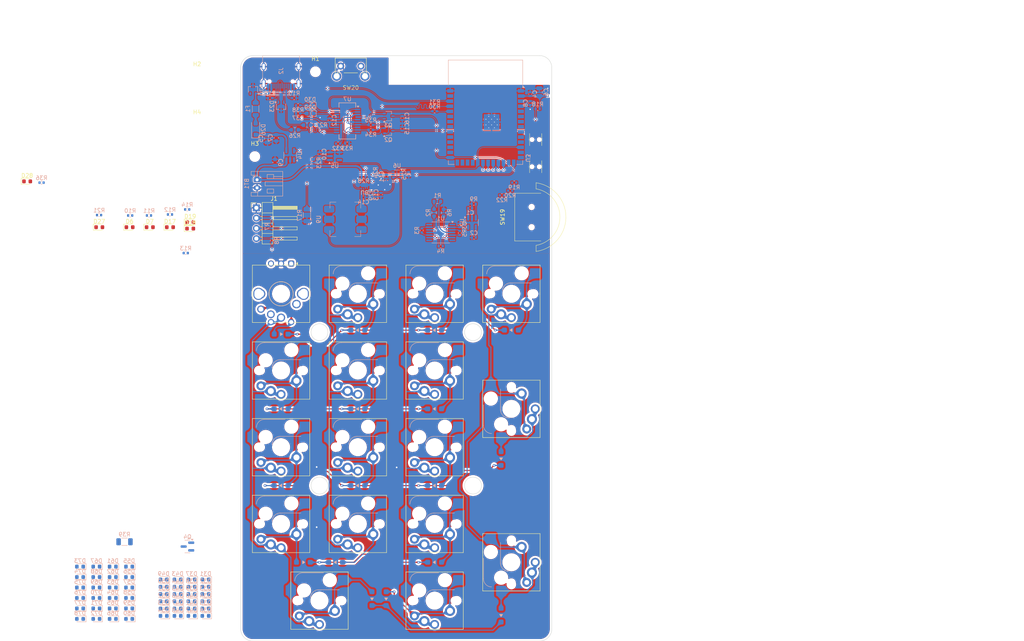
<source format=kicad_pcb>
(kicad_pcb (version 20240108) (generator "pcbnew") (generator_version "8.0")
  (layers (0 "F.Cu" signal) (1 "In1.Cu" power) (2 "In2.Cu" power) (31 "B.Cu" signal) (34 "B.Paste" user) (35 "F.Paste" user) (36 "B.SilkS" user "B.Silkscreen") (37 "F.SilkS" user "F.Silkscreen") (38 "B.Mask" user) (39 "F.Mask" user) (44 "Edge.Cuts" user))
  (net 0 "")
  (net 1 "/R0")
  (net 2 "Net-(D1-A)")
  (net 3 "Net-(D2-A)")
  (net 4 "Net-(D3-A)")
  (net 5 "Net-(D4-A)")
  (net 6 "/R1")
  (net 7 "Net-(D5-A)")
  (net 8 "Net-(D6-A)")
  (net 9 "Net-(D7-A)")
  (net 10 "Net-(D8-A)")
  (net 11 "/R2")
  (net 12 "Net-(D9-A)")
  (net 13 "Net-(D10-A)")
  (net 14 "Net-(D11-A)")
  (net 15 "Net-(D12-A)")
  (net 16 "/R3")
  (net 17 "Net-(D13-A)")
  (net 18 "Net-(D14-A)")
  (net 19 "Net-(D15-A)")
  (net 20 "Net-(D16-A)")
  (net 21 "/R4")
  (net 22 "Net-(D17-A)")
  (net 23 "/C0")
  (net 24 "/C1")
  (net 25 "/C2")
  (net 26 "/C3")
  (net 27 "GND")
  (net 28 "/RE_A")
  (net 29 "/RE_B")
  (net 30 "+5V")
  (net 31 "+3V3")
  (net 32 "/EN")
  (net 33 "/DTR")
  (net 34 "VBUS")
  (net 35 "/D+")
  (net 36 "/D-")
  (net 37 "Net-(D26-A)")
  (net 38 "Net-(D27-K)")
  (net 39 "Net-(D28-A)")
  (net 40 "/SCL")
  (net 41 "/SDA")
  (net 42 "Net-(J2-CC1)")
  (net 44 "Net-(J2-CC2)")
  (net 46 "Net-(Q2-B)")
  (net 47 "Net-(Q2-E)")
  (net 48 "/LED")
  (net 49 "/VBAT")
  (net 50 "Net-(U4-PROG)")
  (net 51 "Net-(U4-STAT)")
  (net 52 "/SERIAL_A")
  (net 53 "/SERIAL_B")
  (net 54 "/PG")
  (net 55 "/SHDN")
  (net 56 "/D-_OTG")
  (net 57 "/D+_OTG")
  (net 58 "/RGB")
  (net 59 "/VIN")
  (net 65 "Net-(U3-IO35)")
  (net 66 "Net-(U3-IO36)")
  (net 72 "Net-(D21-A)")
  (net 73 "Net-(D22-A)")
  (net 74 "/GP4")
  (net 75 "/VBAT1")
  (net 76 "/VBAT2")
  (net 77 "/VBAT3")
  (net 78 "/VBAT4")
  (net 79 "+2V5")
  (net 80 "Net-(U2-CS)")
  (net 81 "Net-(U5-VDD)")
  (net 82 "Net-(D6-K)")
  (net 83 "Net-(D7-K)")
  (net 84 "Net-(D17-K)")
  (net 85 "Net-(D18-K)")
  (net 86 "Net-(D19-K)")
  (net 87 "Net-(D19-A)")
  (net 88 "Net-(D20-A)")
  (net 89 "Net-(D29-K)")
  (net 90 "Net-(D29-A)")
  (net 91 "Net-(D30-A)")
  (net 92 "Net-(D30-K)")
  (net 93 "Net-(D31-K)")
  (net 94 "Net-(D31-A)")
  (net 95 "/2V5_EN")
  (net 96 "Net-(Q1-S)")
  (net 97 "Net-(Q3-B)")
  (net 98 "Net-(Q3-E)")
  (net 99 "Net-(R1-Pad2)")
  (net 100 "Net-(SW19-T)")
  (net 101 "Net-(U5-VOUT)")
  (net 102 "Net-(U8-SW)")
  (net 103 "Net-(U7-~{RI})")
  (net 104 "Net-(U7-~{DCD})")
  (net 110 "/DM")
  (net 111 "/DP")
  (net 112 "/231_TX")
  (net 113 "/231_RX")
  (footprint "Ultramarine-2:MX-Kailh" (layer "F.Cu") (at 99 113)
    (property "Reference" "SW8" (hide yes))
    (property "Value" "SW_Push" (hide yes))
  )
  (footprint "Calciumor:TMHU27" (layer "F.Cu") (at 141.807857 75)
    (property "Reference" "SW19")
    (property "Value" "TMHU27")
  )
  (footprint "Ultramarine-2:MX-Kailh" (layer "F.Cu") (at 118 94)
    (property "Reference" "SW11" (hide yes))
    (property "Value" "SW_Push" (hide yes))
  )
  (footprint "LED_SMD:LED_0603_1608Metric" (layer "F.Cu") (at 57.5 77.85)
    (property "Reference" "D18")
    (property "Value" "B.Stat LED1 (White)")
  )
  (footprint "Ultramarine-2:MX-Kailh" (layer "F.Cu") (at 99 151)
    (property "Reference" "SW10" (hide yes))
    (property "Value" "SW_Push" (hide yes))
  )
  (footprint "Ultramarine-2:MX-Kailh" (layer "F.Cu") (at 137 122.5 90)
    (property "Reference" "SW17" (hide yes))
    (property "Value" "SW_Push" (hide yes))
  )
  (footprint "MountingHole:MountingHole_2.2mm_M2" (layer "F.Cu") (at 73.5 60)
    (property "Reference" "H3")
    (property "Value" "MountingHole")
  )
  (footprint "LED_SMD:LED_0603_1608Metric" (layer "F.Cu") (at 42.5 77.5)
    (property "Reference" "D6")
    (property "Value" "B.Stat LED4 (White)")
  )
  (footprint "Ultramarine-2:MX-Kailh" (layer "F.Cu") (at 137 160.5 90)
    (property "Reference" "SW18" (hide yes))
    (property "Value" "SW_Push" (hide yes))
  )
  (footprint "MountingHole:MountingHole_2.2mm_M2" (layer "F.Cu") (at 88.5 39)
    (property "Reference" "H1")
    (property "Value" "MountingHole")
  )
  (footprint "Ultramarine-2:MX-Kailh" (layer "F.Cu") (at 118 113)
    (property "Reference" "SW12" (hide yes))
    (property "Value" "SW_Push" (hide yes))
  )
  (footprint "Ultramarine-2:MX-Kailh" (layer "F.Cu") (at 99 132)
    (property "Reference" "SW9" (hide yes))
    (property "Value" "SW_Push" (hide yes))
  )
  (footprint "Ultramarine-2:MX-Kailh" (layer "F.Cu") (at 80 94)
    (property "Reference" "SW5" (hide yes))
    (property "Value" "SW_Push" (hide yes))
  )
  (footprint "Ultramarine-2:TVAF06" (layer "F.Cu") (at 143 55.8 90)
    (property "Reference" "SW22" (hide yes))
    (property "Value" "Reset" (hide yes))
  )
  (footprint "Ultramarine-2:MX-Kailh" (layer "F.Cu") (at 118 132)
    (property "Reference" "SW13" (hide yes))
    (property "Value" "SW_Push" (hide yes))
  )
  (footprint "LED_SMD:LED_0603_1608Metric" (layer "F.Cu") (at 17.15 66.15)
    (property "Reference" "D28")
    (property "Value" "LED Power(White)")
  )
  (footprint "LED_SMD:LED_0603_1608Metric" (layer "F.Cu") (at 35 77.5)
    (property "Reference" "D27")
    (property "Value" "LED Charging(Yellow)")
  )
  (footprint "Ultramarine-2:MX-Kailh" (layer "F.Cu") (at 137 94)
    (property "Reference" "SW16" (hide yes))
    (property "Value" "SW_Push" (hide yes))
  )
  (footprint "Ultramarine-2:TVAF06" (layer "F.Cu") (at 143 62.525 90)
    (property "Reference" "SW21" (hide yes))
    (property "Value" "Program" (hide yes))
  )
  (footprint "Calciumor:THBP07" (layer "F.Cu") (at 97.25 39.1)
    (property "Reference" "SW20")
    (property "Value" "Power_SW")
  )
  (footprint "Connector_PinHeader_2.54mm:PinHeader_1x04_P2.54mm_Horizontal" (layer "F.Cu") (at 73.875 72.7)
    (property "Reference" "J1")
    (property "Value" "OLED")
  )
  (footprint "Ultramarine-2:MX-Kailh" (layer "F.Cu") (at 118 170)
    (property "Reference" "SW15" (hide yes))
    (property "Value" "SW_Push" (hide yes))
  )
  (footprint "Ultramarine-2:MX-Kailh" (layer "F.Cu") (at 80 132)
    (property "Reference" "SW2" (hide yes))
    (property "Value" "SW_Push" (hide yes))
  )
  (footprint "Ultramarine-2:MX-Kailh" (layer "F.Cu") (at 89.5 170)
    (property "Reference" "SW6" (hide yes))
    (property "Value" "SW_Push" (hide yes))
  )
  (footprint "LED_SMD:LED_0603_1608Metric" (layer "F.Cu") (at 52.5 77.5)
    (property "Reference" "D17")
    (property "Value" "B.Stat LED2 (White)")
  )
  (footprint "Ultramarine-2:MX-Kailh" (layer "F.Cu") (at 80 113)
    (property "Reference" "SW1" (hide yes))
    (property "Value" "SW_Push" (hide yes))
  )
  (footprint "Ultramarine-2:MX-Kailh" (layer "F.Cu") (at 118 151)
    (property "Reference" "SW14" (hide yes))
    (property "Value" "SW_Push" (hide yes))
  )
  (footprint "Ultramarine-2:MX-Kailh" (layer "F.Cu") (at 80 151)
    (property "Reference" "SW3" (hide yes))
    (property "Value" "SW_Push" (hide yes))
  )
  (footprint "LED_SMD:LED_0603_1608Metric" (layer "F.Cu") (at 47.5 77.5)
    (property "Reference" "D7")
    (property "Value" "B.Stat LED3 (White)")
  )
  (footprint "Ultramarine-2:EC12" (layer "F.Cu") (at 80 94 -90)
    (property "Reference" "SW4" (hide yes))
    (property "Value" "RotaryEncoder_Switch")
  )
  (footprint "LED_SMD:LED_0603_1608Metric" (layer "F.Cu") (at 57.5 76.25)
    (property "Reference" "D19")
    (property "Value" "B. Low LED (Red)")
  )
  (footprint "Ultramarine-2:MX-Kailh" (layer "F.Cu") (at 99 94)
    (property "Reference" "SW7" (hide yes))
    (property "Value" "SW_Push" (hide yes))
  )
  (footprint "MountingHole:MountingHole_2.2mm_M2" (layer "F.Cu") (at 59.2 40.3)
    (property "Reference" "H2")
    (property "Value" "MountingHole")
  )
  (footprint "MountingHole:MountingHole_2.2mm_M2" (layer "F.Cu") (at 59.2 52.2)
    (property "Reference" "H4")
    (property "Value" "MountingHole")
  )
  (footprint "Resistor_SMD:R_0402_1005Metric" (layer "B.Cu") (at 94.1 56.8)
    (property "Reference" "R32")
    (property "Value" "10k")
  )
  (footprint "LED_SMD:LED_0603_1608Metric" (layer "B.Cu") (at 54.390954 164.775 180)
    (property "Reference" "D43")
    (property "Value" "LED White")
  )
  (footprint "Resistor_SMD:R_0402_1005Metric" (layer "B.Cu") (at 96.36 56.8)
    (property "Reference" "R33")
    (property "Value" "10k")
  )
  (footprint "LED_SMD:LED_0603_1608Metric" (layer "B.Cu") (at 50.940954 173.775 180)
    (property "Reference" "D54")
    (property "Value" "LED White")
  )
  (footprint "LED_SMD:LED_0603_1608Metric" (layer "B.Cu") (at 42.3875 174.52 180)
    (property "Reference" "D60")
    (property "Value" "LED White")
  )
  (footprint "Resistor_SMD:R_0402_1005Metric" (layer "B.Cu") (at 111.6 64.36 -90)
    (property "Reference" "R25")
    (property "Value" "10k")
  )
  (footprint "Resistor_SMD:R_0402_1005Metric" (layer "B.Cu") (at 42.65 74.6 180)
    (property "Reference" "R10")
    (property "Value" "1k")
  )
  (footprint "RF_Module:ESP32-S3-WROOM-1" (layer "B.Cu") (at 130.6 49 180)
    (property "Reference" "U3")
    (property "Value" "ESP32-S3-WROOM-1-N16R8" (hide yes))
  )
  (footprint "Package_SO:SSOP-20_3.9x8.7mm_P0.635mm" (layer "B.Cu") (at 96.4 51.1775 180)
    (property "Reference" "U7")
    (property "Value" "FT231XS")
  )
  (footprint "LED_SMD:LED_0603_1608Metric" (layer "B.Cu") (at 42.3875 161.57 180)
    (property "Reference" "D55")
    (property "Value" "LED White")
  )
  (footprint "Package_TO_SOT_SMD:SOT-323_SC-70" (layer "B.Cu") (at 106.6 49.995)
    (property "Reference" "Q3")
    (property "Value" "2SC4116")
  )
  (footprint "Capacitor_SMD:C_0805_2012Metric" (layer "B.Cu") (at 76.65 55.55 -90)
    (property "Reference" "C5")
    (property "Value" "10u")
  )
  (footprint "Package_TO_SOT_SMD:SOT-323_SC-70" (layer "B.Cu") (at 106.6 53.6)
    (property "Reference" "Q2")
    (property "Value" "2SC4116")
  )
  (footprint "LED_SMD:LED_0603_1608Metric" (layer "B.Cu") (at 61.290954 171.975 180)
    (property "Reference" "D35")
    (property "Value" "LED White")
  )
  (footprint "LED_SMD:LED_0603_1608Metric" (layer "B.Cu") (at 38.3375 169.34 180)
    (property "Reference" "D64")
    (property "Value" "LED White")
  )
  (footprint "LED_SMD:LED_0603_1608Metric" (layer "B.Cu") (at 57.840954 173.775 180)
    (property "Reference" "D42")
    (property "Value" "LED White")
  )
  (footprint "Ultramarine-2:SOD-123" (layer "B.Cu") (at 118 122.5 -90)
    (property "Reference" "D13" (hide yes))
    (property "Value" "D" (hide yes))
  )
  (footprint "Ultramarine-2:SOD-123" (layer "B.Cu") (at 93.5 160.5 -90)
    (property "Reference" "D11" (hide yes))
    (property "Value" "D" (hide yes))
  )
  (footprint "Resistor_SMD:R_0402_1005Metric" (layer "B.Cu") (at 34.95 74.5 180)
    (property "Reference" "R21")
    (property "Value" "470")
  )
  (footprint "Capacitor_SMD:C_0603_1608Metric" (layer "B.Cu") (at 78.8 55.375 -90)
    (property "Reference" "C7")
    (property "Value" "4.7u")
  )
  (footprint "Connector_JST:JST_PH_S2B-PH-K_1x02_P2.00mm_Horizontal" (layer "B.Cu") (at 74.05 65.75 -90)
    (property "Reference" "BT1")
    (property "Value" "Battery_Cell")
  )
  (footprint "Ultramarine-2:SOD-123" (layer "B.Cu") (at 99 141.5 -90)
    (property "Reference" "D10" (hide yes))
    (property "Value" "D" (hide yes))
  )
  (footprint "LED_SMD:LED_0603_1608Metric" (layer "B.Cu") (at 57.840954 168.375 180)
    (property "Reference" "D39")
    (property "Value" "LED White")
  )
  (footprint "Capacitor_SMD:C_0402_1005Metric" (layer "B.Cu") (at 127.72 80.1 180)
    (property "Reference" "C2")
    (property "Value" "0.01u")
  )
  (footprint "LED_SMD:LED_0603_1608Metric" (layer "B.Cu") (at 30.2375 166.75 180)
    (property "Reference" "D75")
    (property "Value" "LED White")
  )
  (footprint "Package_TO_SOT_SMD:SOT-363_SC-70-6" (layer "B.Cu") (at 108.7 64.5 180)
    (property "Reference" "U6")
    (property "Value" "NC7SV157")
  )
  (footprint "Package_SO:TSSOP-14_4.4x5mm_P0.65mm" (layer "B.Cu") (at 119.5125 78.8 180)
    (property "Reference" "U1")
    (property "Value" "LM324APT")
  )
  (footprint "LED_SMD:LED_0603_1608Metric" (layer "B.Cu") (at 38.3375 164.16 180)
    (property "Reference" "D62")
    (property "Value" "LED White")
  )
  (footprint "LED_SMD:LED_0603_1608Metric" (layer "B.Cu") (at 54.390954 173.775 180)
    (property "Reference" "D48")
    (property "Value" "LED White")
  )
  (footprint "Ultramarine-2:SOD-123" (layer "B.Cu") (at 99 122.5 -90)
    (property "Reference" "D9" (hide yes))
    (property "Value" "D" (hide yes))
  )
  (footprint "LED_SMD:LED_0603_1608Metric" (layer "B.Cu") (at 34.2875 161.57 180)
    (property "Reference" "D67")
    (property "Value" "LED White")
  )
  (footprint "Ultramarine-2:SOD-123" (layer "B.Cu") (at 80 122.5 -90)
    (property "Reference" "D2" (hide yes))
    (property "Value" "D" (hide yes))
  )
  (footprint "LED_SMD:LED_0603_1608Metric" (layer "B.Cu") (at 50.940954 170.175 180)
    (property "Reference" "D52")
    (property "Value" "LED White")
  )
  (footprint "LED_SMD:LED_0603_1608Metric" (layer "B.Cu") (at 57.840954 164.775 180)
    (property "Reference" "D37")
    (property "Value" "LED White")
  )
  (footprint "Capacitor_SMD:C_0402_1005Metric" (layer "B.Cu") (at 104.7 69.46 -90)
    (property "Reference" "C13")
    (property "Value" "1000p")
  )
  (footprint "LED_SMD:LED_0603_1608Metric" (layer "B.Cu") (at 57.840954 171.975 180)
    (property "Reference" "D41")
    (property "Value" "LED White")
  )
  (footprint "Resistor_SMD:R_1206_3216Metric" (layer "B.Cu") (at 86.4 74.55 -90)
    (property "Reference" "R17")
    (property "Value" "3.9k")
  )
  (footprint "LED_SMD:LED_0603_1608Metric" (layer "B.Cu") (at 30.2375 161.57 180)
    (property "Reference" "D73")
    (property "Value" "LED White")
  )
  (footprint "Resistor_SMD:R_1206_3216Metric" (layer "B.Cu") (at 41.246546 155.42 180)
    (property "Reference" "R39")
    (property "Value" "330")
  )
  (footprint "Calciumor:AE-XC9306-3V3" (layer "B.Cu") (at 95.9 75.55 -90)
    (property "Reference" "U9")
    (property "Value" "AE-XC9306-3V3")
  )
  (footprint "Capacitor_SMD:C_0805_2012Metric" (layer "B.Cu") (at 143.9 44.05 90)
    (property "Reference" "C6")
    (property "Value" "10u")
  )
  (footprint "LED_SMD:LED_0603_1608Metric" (layer "B.Cu") (at 54.390954 171.975 180)
    (property "Reference" "D47")
    (property "Value" "LED White")
  )
  (footprint "LED_SMD:LED_0603_1608Metric" (layer "B.Cu") (at 38.3375 166.75 180)
    (property "Reference" "D63")
    (property "Value" "LED White")
  )
  (footprint "LED_SMD:LED_0603_1608Metric" (layer "B.Cu") (at 87.1875 49.3 180)
    (property "Reference" "D29")
    (property "Value" "RX LED(Yellow)")
  )
  (footprint "Resistor_SMD:R_0603_1608Metric" (layer "B.Cu") (at 117.85 73.9 -90)
    (property "Reference" "R2")
    (property "Value" "330k")
  )
  (footprint "Capacitor_SMD:C_0402_1005Metric" (layer "B.Cu") (at 92 51.02 90)
    (property "Reference" "C12")
    (property "Value" "0.1u")
  )
  (footprint "LED_SMD:LED_0603_1608Metric" (layer "B.Cu") (at 54.390954 166.575 180)
    (property "Reference" "D44")
    (property "Value" "LED White")
  )
  (footprint "LED_SMD:LED_0603_1608Metric" (layer "B.Cu") (at 87.1875 47.3 180)
    (property "Reference" "D30")
    (property "Value" "TX LED(Red)")
  )
  (footprint "LED_SMD:LED_0603_1608Metric" (layer "B.Cu") (at 42.3875 166.75 180)
    (property "Reference" "D57")
    (property "Value" "LED White")
  )
  (footprint "Resistor_SMD:R_0402_1005Metric" (layer "B.Cu") (at 102.2 52.15 180)
    (property "Reference" "R35")
    (property "Value" "10k")
  )
  (footprint "Connector_USB:USB_C_Receptacle_G-Switch_GT-USB-7010ASV" (layer "B.Cu") (at 80 38.8)
    (property "Reference" "J2")
    (property "Value" "USB_C_Main")
  )
  (footprint "Resistor_SMD:R_0603_1608Metric" (layer "B.Cu") (at 87.95 61.525 90)
    (property "Reference" "R23")
    (property "Value" "100")
  )
  (footprint "Package_TO_SOT_SMD:SOT-323_SC-70" (layer "B.Cu") (at 80 47.6 -90)
    (property "Reference" "D23")
    (property "Value" "DF3D18FU,LF")
  )
  (footprint "Resistor_SMD:R_0603_1608Metric" (layer "B.Cu") (at 83.4 53.4)
    (property "Reference" "R26")
    (property "Value" "33")
  )
  (footprint "Ultramarine-2:SOD-123" (layer "B.Cu") (at 118 141.5 -90)
    (property "Reference" "D14" (hide yes))
    (property "Value" "D" (hide yes))
  )
  (footprint "Resistor_SMD:R_0402_1005Metric" (layer "B.Cu") (at 118 48.8 180)
    (property "Reference" "R30")
    (property "Value" "470")
  )
  (footprint "Resistor_SMD:R_0402_1005Metric" (layer "B.Cu") (at 84.2 49.3)
    (property "Reference" "R37")
    (property "Value" "1k")
  )
  (footprint "Ultramarine-2:SOD-123" (layer "B.Cu") (at 85.5 160.5 90)
    (property "Reference" "D4" (hide yes))
    (property "Value" "D" (hide yes))
  )
  (footprint "Package_TO_SOT_SMD:SOT-23" (layer "B.Cu") (at 56.820954 156.6 180)
    (property "Reference" "Q4")
    (property "Value" "SSM3K329R")
  )
  (footprint "LED_SMD:LED_0603_1608Metric" (layer "B.Cu") (at 30.2375 174.52 180)
    (property "Reference" "D78")
    (property "Value" "LED White")
  )
  (footprint "Resistor_SMD:R_0402_1005Metric" (layer "B.Cu") (at 20.72 66.47 180)
    (property "Reference" "R36")
    (property "Value" "1k")
  )
  (footprint "Resistor_SMD:R_0402_1005Metric" (layer "B.Cu") (at 137.7 66.45)
    (property "Reference" "R19")
    (property "Value" "10k")
  )
  (footprint "LED_SMD:LED_0603_1608Metric" (layer "B.Cu") (at 54.390954 168.375 180)
    (property "Reference" "D45")
    (property "Value" "LED White")
  )
  (footprint "LED_SMD:LED_0603_1608Metric" (layer "B.Cu") (at 61.290954 166.575 180)
    (property "Reference" "D32")
    (property "Value" "LED White")
  )
  (footprint "Resistor_SMD:R_0402_1005Metric" (layer "B.Cu") (at 103.45 69.46 -90)
    (property "Reference" "R29")
    (property "Value" "470")
  )
  (footprint "LED_SMD:LED_0603_1608Metric" (layer "B.Cu") (at 34.2875 171.93 180)
    (property "Reference" "D71")
    (property "Value" "LED White")
  )
  (footprint "Resistor_SMD:R_0402_1005Metric" (layer "B.Cu") (at 100.41 64.85)
    (property "Reference" "R28")
    (property "Value" "330k")
  )
  (footprint "Calciumor:MF-NSMF" (layer "B.Cu") (at 73.7 48.2 -90)
    (property "Reference" "F1")
    (property "Value" "MF-NSMF035X" (hide yes))
  )
  (footprint "LED_SMD:LED_0603_1608Metric" (layer "B.Cu") (at 42.3875 164.16 180)
    (property "Reference" "D56")
    (property "Value" "LED White")
  )
  (footprint "Resistor_SMD:R_0603_1608Metric" (layer "B.Cu") (at 118.675 71.1 180)
    (property "Reference" "R1")
    (property "Value" "33k")
  )
  (footprint "Resistor_SMD:R_0603_1608Metric" (layer "B.Cu") (at 86.4 52.2)
    (property "Reference" "R27")
    (property "Value" "33")
  )
  (footprint "LED_SMD:LED_0603_1608Metric" (layer "B.Cu") (at 57.840954 170.175 180)
    (property "Reference" "D40")
    (property "Value" "LED White")
  )
  (footprint "LED_SMD:LED_0603_1608Metric" (layer "B.Cu") (at 54.390954 170.175 180)
    (property "Reference" "D46")
    (property "Value" "LED White")
  )
  (footprint "Capacitor_SMD:C_0402_1005Metric" (layer "B.Cu") (at 89.5 59.42 90)
    (property "Reference" "C10")
    (property "Value" "0.01u")
  )
  (footprint "Resistor_SMD:R_0402_1005Metric" (layer "B.Cu") (at 136.7 68.45)
    (property "Reference" "R20")
    (property "Value" "10k")
  )
  (footprint "Package_TO_SOT_SMD:SOT-323_SC-70" (layer "B.Cu") (at 73.0475 43.4 90)
    (property "Reference" "D79")
    (property "Value" "DF3D18FU,LF")
  )
  (footprint "LED_SMD:LED_0603_1608Metric" (layer "B.Cu") (at 38.3375 174.52 180)
    (property "Reference" "D66")
    (property "Value" "LED White")
  )
  (footprint "Package_TO_SOT_SMD:SOT-23-5" (layer "B.Cu") (at 82.25 59.6875 90)
    (property "Reference" "U4")
    (property "Value" "MCP73831-2-OT")
  )
  (footprint "Resistor_SMD:R_0402_1005Metric" (layer "B.Cu") (at 56.76 73.1 180)
    (property "Reference" "R14")
    (property "Value" "330")
  )
  (footprint "Resistor_SMD:R_0402_1005Metric" (layer "B.Cu") (at 119.5125 82.25)
    (property "Reference" "R4")
    (property "Value" "100k")
  )
  (footprint "Resistor_SMD:R_0402_1005Metric" (layer "B.Cu") (at 77.75 77.3 -90)
    (property "Reference" "R7")
    (property "Value" "10k")
  )
  (footprint "Resistor_SMD:R_0603_1608Metric" (layer "B.Cu") (at 120.25 73.9 90)
    (property "Reference" "R6")
    (property "Value" "1.5M")
  )
  (footprint "LED_SMD:LED_0603_1608Metric" (layer "B.Cu") (at 42.3875 169.34 180)
    (property "Reference" "D58")
    (property "Value" "LED White")
  )
  (footprint "Ultramarine-2:SOD-123" (layer "B.Cu") (at 106 169.5)
    (property "Reference" "D16" (hide yes))
    (property "Value" "D" (hide yes))
  )
  (footprint "Diode_SMD:D_SOD-123F" (layer "B.Cu") (at 73.7 53.2 90)
    (property "Reference" "D26")
    (property "Value" "D_Schottky")
  )
  (footprint "Ultramarine-2:SOD-123" (layer "B.Cu") (at 134.45 173.6)
    (property "Reference" "D22" (hide yes))
    (property "Value" "D" (hide yes))
  )
  (footprint "Package_TO_SOT_SMD:SOT-23-5" (layer "B.Cu") (at 93.3 59.9)
    (property "Reference" "U5")
    (property "Value" "BD5229G-1")
  )
  (footprint "Resistor_SMD:R_0402_1005Metric" (layer "B.Cu") (at 118 47.6 180)
    (property "Reference" "R31")
    (property "Value" "470")
  )
  (footprint "Resistor_SMD:R_0402_1005Metric" (layer "B.Cu") (at 84.2 47.3)
    (property "Reference" "R38")
    (property "Value" "1k")
  )
  (footprint "Resistor_SMD:R_0402_1005Metric" (layer "B.Cu") (at 47.3 74.6 180)
    (property "Reference" "R11")
    (property "Value" "1k")
  )
  (footprint "LED_SMD:LED_0603_1608Metric" (layer "B.Cu") (at 61.290954 173.775 180)
    (property "Reference" "D36")
    (property "Value" "LED White")
  )
  (footprint "Resistor_SMD:R_0402_1005Metric" (layer "B.Cu") (at 77.75 80.8 90)
    (property "Reference" "R8")
    (property "Value" "10k")
  )
  (footprint "LED_SMD:LED_0603_1608Metric" (layer "B.Cu") (at 30.2375 169.34 180)
    (property "Reference" "D76")
    (property "Value" "LED White")
  )
  (footprint "Resistor_SMD:R_0402_1005Metric" (layer "B.Cu") (at 124.25 78.94 90)
    (property "Reference" "R5")
    (property "Value" "100k")
  )
  (footprint "Ultramarine-2:SOD-123" (layer "B.Cu") (at 118 160.5 -90)
    (property "Reference" "D15" (hide yes))
    (property "Value" "D" (hide yes))
  )
  (footprint "Resistor_SMD:R_0402_1005Metric" (layer "B.Cu") (at 77.25 45.5 180)
    (property "Reference" "R16")
    (property "Value" "5.1k")
  )
  (footprint "LED_SMD:LED_0603_1608Metric" (layer "B.Cu") (at 30.2375 164.16 180)
    (property "Reference" "D74")
    (property "Value" "LED White")
  )
  (footprint "Resistor_SMD:R_0402_1005Metric" (layer "B.Cu") (at 52.5 74.35 180)
    (property "Reference" "R12")
    (property "Value" "1k")
  )
  (footprint "LED_SMD:LED_0603_1608Metric" (layer "B.Cu") (at 50.940954 166.575 180)
    (property "Reference" "D50")
    (property "Value" "LED White")
  )
  (footprint "LED_SMD:LED_0603_1608Metric" (layer "B.Cu") (at 38.3375 171.93 180)
    (property "Reference" "D65")
    (property "Value" "LED White")
  )
  (footprint "Resistor_SMD:R_0402_1005Metric" (layer "B.Cu") (at 104.55 63.99 -90)
    (property "Reference" "R24")
    (property "Value" "100k")
  )
  (footprint "LED_SMD:LED_0603_1608Metric" (layer "B.Cu") (at 38.3375 161.57 180)
    (property "Reference" "D61")
    (property "Value" "LED White")
  )
  (footprint "Capacitor_SMD:C_0402_1005Metric" (layer "B.Cu") (at 100.38 70.1)
    (property "Reference" "C14")
    (property "Value" "0.1u")
  )
  (footprint "Resistor_SMD:R_0402_1005Metric" (layer "B.Cu") (at 56.4 83.9 180)
    (property "Reference" "R13")
    (property "Value" "1k")
  )
  (footprint "Resistor_SMD:R_0402_1005Metric" (layer "B.Cu") (at 127.69 71.7 180)
    (property "Reference" "R9")
    (property "Value" "10k")
  )
  (footprint "Calciumor:XC6194" (layer "B.Cu") (at 100.65 67.05)
    (property "Reference" "U8")
    (property "Value" "XC6194AA03ER-G")
  )
  (footprint "LED_SMD:LED_0603_1608Metric" (layer "B.Cu") (at 61.3 164.775 180)
    (property "Reference" "D31")
    (property "Value" "LED White")
  )
  (footprint "Capacitor_SMD:C_0402_1005Metric" (layer "B.Cu") (at 141.65 46.75 -90)
    (property "Reference" "C8")
    (property "Value" "1u")
  )
  (footprint "LED_SMD:LED_0603_1608Metric" (layer "B.Cu") (at 50.940954 171.975 180)
    (property "Reference" "D53")
    (property "Value" "LED White")
  )
  (footprint "Capacitor_SMD:C_0402_1005Metric" (layer "B.Cu") (at 141.65 44.52 90)
    (property "Reference" "C4")
    (property "Value" "0.1u")
  )
  (footprint "LED_SMD:LED_0603_1608Metric" (layer "B.Cu") (at 57.840954 166.575 180)
    (property "Reference" "D38")
    (property "Value" "LED White")
  )
  (footprint "LED_SMD:LED_0603_1608Metric" (layer "B.Cu") (at 34.2875 164.16 180)
    (property "Reference" "D68")
    (property "Value" "LED White")
  )
  (footprint "Capacitor_SMD:C_0603_1608Metric" (layer "B.Cu") (at 78.5 61.475 90)
    (property "Reference" "C9")
    (property "Value" "4.7u")
  )
  (footprint "Capacitor_SMD:C_0402_1005Metric" (layer "B.Cu") (at 110 50.48 90)
    (property "Reference" "C16")
    (property "Value" "0.1u")
  )
  (footprint "Capacitor_SMD:C_0402_1005Metric" (layer "B.Cu") (at 106.05 64.98 -90)
    (property "Reference" "C11")
    (property "Value" "0.1u")
  )
  (footprint "Resistor_SMD:R_0402_1005Metric" (layer "B.Cu") (at 143.51 48.2 180)
    (property "Reference" "R18")
    (property "Value" "10k")
  )
  (footprint "LED_SMD:LED_0603_1608Metric" (layer "B.Cu") (at 34.2875 166.75 180)
    (property "Reference" "D69")
    (property "Value" "LED White")
  )
  (footprint "Ultramarine-2:SOD-123" (layer "B.Cu") (at 118 103 -90)
    (property "Reference" "D12" (hide yes))
    (property "Value" "D" (hide yes))
  )
  (footprint "Ultramarine-2:SOD-123" (layer "B.Cu") (at 102.5 169.5)
    (property "Reference" "D5" (hide yes))
    (property "Value" "D" (hide yes))
  )
  (footprint "LED_SMD:LED_0603_1608Metric" (layer "B.Cu") (at 30.2375 171.93 180)
    (property "Reference" "D77")
    (property "Value" "LED White")
  )
  (footprint "LED_SMD:LED_0603_1608Metric" (layer "B.Cu") (at 61.290954 170.175 180)
    (property "Reference" "D34")
    (property "Value" "LED White")
  )
  (footprint "Ultramarine-2:SOD-123" (layer "B.Cu") (at 80 104 90)
    (property "Reference" "D1" (hide yes))
    (property "Value" "D" (hide yes))
  )
  (footprint "Resistor_SMD:R_0402_1005Metric" (layer "B.Cu") (at 134.65 69.6)
    (property "Reference" "R22")
    (property "Value" "10k")
  )
  (footprint "Capacitor_SMD:C_0402_1005Metric" (layer "B.Cu") (at 110 53.12 90)
    (property "Reference" "C15")
    (property "Value" "0.1u")
  )
  (footprint "Capacitor_SMD:C_0402_1005Metric" (layer "B.Cu") (at 126.78 72.75)
    (property "Reference" "C1")
    (property "Value" "0.1u")
  )
  (footprint "Ultramarine-2:SOD-123" (layer "B.Cu") (at 80 141.5 -90)
    (property "Reference" "D3" (hide yes))
    (property "Value" "D" (hide yes))
  )
  (footprint "Capacitor_SMD:C_0402_1005Metric" (layer "B.Cu") (at 124.25 77.02 90)
    (property "Reference" "C3")
    (property "Value" "0.1u")
  )
  (footprint "Ultramarine-2:SOD-123" (layer "B.Cu") (at 99 103 -90)
    (property "Reference" "D8" (hide yes))
    (property "Value" "D" (hide yes))
  )
  (footprint "Ultramarine-2:SOD-123" (layer "B.Cu") (at 134.45 134.8)
    (property "Reference" "D21" (hide yes))
    (property "Value" "D" (hide yes))
  )
  (footprint "LED_SMD:LED_0603_1608Metric" (layer "B.Cu") (at 61.290954 168.375 180)
    (property "Reference" "D33")
    (property "Value" "LED White")
  )
  (footprint "Resistor_SMD:R_0402_1005Metric" (layer "B.Cu") (at 102.2 53.4)
    (property "Reference" "R34")
    (property "Value" "10k")
  )
  (footprint "Ultramarine-2:SOD-123" (layer "B.Cu") (at 137 103 -90)
    (property "Reference" "D20" (hide yes))
    (property "Value" "D" (hide yes))
  )
  (footprint "Resistor_SMD:R_0402_1005Metric" (layer "B.Cu") (at 114.8 78.3 -90)
    (property "Reference" "R3")
    (property "Value" "100k")
  )
  (footprint "LED_SMD:LED_0603_1608Metric" (layer "B.Cu") (at 50.940954 168.375 180)
    (property "Reference" "D51")
    (property "Value" "LED White")
  )
  (footprint "LED_SMD:LED_0603_1608Metric" (layer "B.Cu") (at 34.2875 169.34 180)
    (property "Reference" "D70")
    (property "Value" "LED White")
  )
  (footprint "LED_SMD:LED_0603_1608Metric" (layer "B.Cu") (at 50.940954 164.775 180)
    (property "Reference" "D49")
    (property "Value" "LED White")
  )
  (footprint "Package_TO_SOT_SMD:SOT-23-5" (layer "B.Cu") (at 127.25 76.3625 -90)
    (property "Reference" "U2")
    (property "Value" "NJM12877F25")
  )
  (footprint "LED_SMD:LED_0603_1608Metric" (layer "B.Cu") (at 42.3875 171.93 180)
    (property "Reference" "D59")
    (property "Value" "LED White")
  )
  (footprint "Resistor_SMD:R_0402_1005Metric" (layer "B.Cu") (at 83.25 45.5 180)
    (property "Reference" "R15")
    (property "Value" "5.1k")
  )
  (footprint "LED_SMD:LED_0603_1608Metric" (layer "B.Cu") (at 34.2875 174.52 180)
    (property "Reference" "D72")
    (property "Value" "LED White")
  )
  (gr_line (start 73 180) (end 144 180) (stroke (width 0.1)) (layer "Edge.Cuts"))
  (gr_circle (center 127.5 103.5) (end 129.6 103.5) (stroke (width 0.1)) (fill none) (layer "Edge.Cuts"))
  (gr_arc (start 70 38) (mid 70.87868 35.87868) (end 73 35) (stroke (width 0.1)) (layer "Edge.Cuts"))
  (gr_line (start 70 38) (end 70 177) (stroke (width 0.1)) (layer "Edge.Cuts"))
  (gr_arc (start 147 177) (mid 146.12132 179.12132) (end 144 180) (stroke (width 0.1)) (layer "Edge.Cuts"))
  (gr_arc (start 144 35) (mid 146.12132 35.87868) (end 147 38) (stroke (width 0.1)) (layer "Edge.Cuts"))
  (gr_arc (start 73 180) (mid 70.87868 179.12132) (end 70 177) (stroke (width 0.1)) (layer "Edge.Cuts"))
  (gr_line (start 147 177) (end 147 38) (stroke (width 0.1)) (layer "Edge.Cuts"))
  (gr_line (start 73 35) (end 144 35) (stroke (width 0.1)) (layer "Edge.Cuts"))
  (gr_circle (center 127.5 141.5) (end 129.6 141.5) (stroke (width 0.1)) (fill none) (layer "Edge.Cuts"))
  (gr_circle (center 89.5 103.5) (end 91.6 103.5) (stroke (width 0.1)) (fill none) (layer "Edge.Cuts"))
  (gr_circle (center 89.5 141.5) (end 91.6 141.5) (stroke (width 0.1)) (fill none) (layer "Edge.Cuts"))
  (segment (start 114 103) (end 122 103) (width 0.25) (layer "F.Cu") (net 1))
  (segment (start 91.5 106.5) (end 95 103) (width 0.25) (layer "F.Cu") (net 1))
  (segment (start 124.5 100.5) (end 130.5 100.5) (width 0.25) (layer "F.Cu") (net 1))
  (segment (start 122 103) (end 124.5 100.5) (width 0.25) (layer "F.Cu") (net 1))
  (segment (start 87.5 106.5) (end 91.5 106.5) (width 0.25) (layer "F.Cu") (net 1))
  (segment (start 130.5 100.5) (end 133 103) (width 0.25) (layer "F.Cu") (net 1))
  (segment (start 95 103) (end 114 103) (width 0.25) (layer "F.Cu") (net 1))
  (segment (start 84 104) (end 85 104) (width 0.25) (layer "F.Cu") (net 1))
  (segment (start 85 104) (end 87.5 106.5) (width 0.25) (layer "F.Cu") (net 1))
  (via (at 135.05 63.3) (size 0.6) (drill 0.3) (layers "F.Cu" "B.Cu") (net 1))
  (via (at 133 103) (size 0.6) (drill 0.3) (layers "F.Cu" "B.Cu") (net 1))
  (via (at 84 104) (size 0.6) (drill 0.3) (layers "F.Cu" "B.Cu") (net 1))
  (via (at 114 103) (size 0.6) (drill 0.3) (layers "F.Cu" "B.Cu") (net 1))
  (via (at 95 103) (size 0.6) (drill 0.3) (layers "F.Cu" "B.Cu") (net 1))
  (segment (start 135.045 61.5) (end 135.05 61.505) (width 0.15) (layer "B.Cu") (net 1))
  (segment (start 114 103) (end 116.3 103) (width 0.25) (layer "B.Cu") (net 1))
  (segment (start 133 103) (end 135.3 103) (width 0.25) (layer "B.Cu") (net 1))
  (segment (start 135.05 61.505) (end 135.05 63.3) (width 0.15) (layer "B.Cu") (net 1))
  (segment (start 95 103) (end 97.3 103) (width 0.25) (layer "B.Cu") (net 1))
  (segment (start 81.7 104) (end 84 104) (width 0.25) (layer "B.Cu") (net 1))
  (segment (start 82.5 101) (end 82.5 99.65) (width 0.25) (layer "F.Cu") (net 2))
  (segment (start 80.3 97.45) (end 75.844974 97.45) (width 0.25) (layer "F.Cu") (net 2))
  (segment (start 82.5 99.65) (end 82.5 99.5) (width 0.25) (layer "F.Cu") (net 2))
  (arc (start 82.5 99.65) (mid 81.855635 98.094365) (end 80.3 97.45) (width 0.25) (layer "F.Cu") (net 2))
  (arc (start 75.844974 97.45) (mid 75.387678 97.540962) (end 75 97.8) (width 0.25) (layer "F.Cu") (net 2))
  (segment (start 78.3 104) (end 78.3 103.325) (width 0.25) (layer "B.Cu") (net 2))
  (segment (start 82.5 101) (end 81.475 102.025) (width 0.25) (layer "B.Cu") (net 2))
  (segment (start 81.475 102.025) (end 79.6 102.025) (width 0.25) (layer "B.Cu") (net 2))
  (arc (start 78.3 103.325) (mid 78.680761 102.405761) (end 79.6 102.025) (width 0.25) (layer "B.Cu") (net 2))
  (segment (start 83.81 115.54) (end 83.81 120.39) (width 0.25) (layer "B.Cu") (net 3))
  (segment (start 83.15 116.2) (end 83.81 115.54) (width 0.25) (layer "B.Cu") (net 3))
  (segment (start 75.6 116.2) (end 83.15 116.2) (width 0.25) (layer "B.Cu") (net 3))
  (segment (start 83.81 115.54) (end 83.75 115.48) (width 0.25) (layer "B.Cu") (net 3))
  (segment (start 83.75 110.012) (end 85.842 107.92) (width 0.25) (layer "B.Cu") (net 3))
  (segment (start 83.75 115.48) (end 83.75 110.012) (width 0.25) (layer "B.Cu") (net 3))
  (segment (start 83.81 120.39) (end 81.7 122.5) (width 0.25) (layer "B.Cu") (net 3))
  (segment (start 75 116.8) (end 75.6 116.2) (width 0.25) (layer "B.Cu") (net 3))
  (segment (start 75.6 135.2) (end 83.15 135.2) (width 0.25) (layer "B.Cu") (net 4))
  (segment (start 83.15 135.2) (end 83.81 134.54) (width 0.25) (layer "B.Cu") (net 4))
  (segment (start 83.75 129.012) (end 83.75 134.48) (width 0.25) (layer "B.Cu") (net 4))
  (segment (start 83.81 134.54) (end 83.81 139.39) (width 0.25) (layer "B.Cu") (net 4))
  (segment (start 83.75 134.48) (end 83.81 134.54) (width 0.25) (layer "B.Cu") (net 4))
  (segment (start 75 135.8) (end 75.6 135.2) (width 0.25) (layer "B.Cu") (net 4))
  (segment (start 83.81 139.39) (end 81.7 141.5) (width 0.25) (layer "B.Cu") (net 4))
  (segment (start 85.842 126.92) (end 83.75 129.012) (width 0.25) (layer "B.Cu") (net 4))
  (segment (start 75 154.8) (end 75.6 154.2) (width 0.25) (layer "B.Cu") (net 5))
  (segment (start 83.81 153.54) (end 83.75 153.48) (width 0.25) (layer "B.Cu") (net 5))
  (segment (start 83.75 148.012) (end 85.842 145.92) (width 0.25) (layer "B.Cu") (net 5))
  (segment (start 83.81 160.49) (end 83.8 160.5) (width 0.25) (layer "B.Cu") (net 5))
  (segment (start 83.81 153.54) (end 83.81 160.49) (width 0.25) (layer "B.Cu") (net 5))
  (segment (start 83.15 154.2) (end 83.81 153.54) (width 0.25) (layer "B.Cu") (net 5))
  (segment (start 83.75 153.48) (end 83.75 148.012) (width 0.25) (layer "B.Cu") (net 5))
  (segment (start 75.6 154.2) (end 83.15 154.2) (width 0.25) (layer "B.Cu") (net 5))
  (segment (start 114 122.5) (end 76.5 122.5) (width 0.25) (layer "F.Cu") (net 6))
  (via (at 76.5 122.5) (size 0.6) (drill 0.3) (layers "F.Cu" "B.Cu") (net 6))
  (via (at 95 122.5) (size 0.6) (drill 0.3) (layers "F.Cu" "B.Cu") (net 6))
  (via (at 133.8 63.3) (size 0.6) (drill 0.3) (layers "F.Cu" "B.Cu") (net 6))
  (via (at 114 122.5) (size 0.6) (drill 0.3) (layers "F.Cu" "B.Cu") (net 6))
  (segment (start 114 122.5) (end 116.3 122.5) (width 0.25) (layer "B.Cu") (net 6))
  (segment (start 95 122.5) (end 97.3 122.5) (width 0.25) (layer "B.Cu") (net 6))
  (segment (start 133.8 61.525) (end 133.8 63.3) (width 0.15) (layer "B.Cu") (net 6))
  (segment (start 78.3 122.5) (end 76.5 122.5) (width 0.25) (layer "B.Cu") (net 6))
  (arc (start 133.775 61.5) (mid 133.792678 61.507322) (end 133.8 61.525) (width 0.15) (layer "B.Cu") (net 6))
  (segment (start 85.1 173.2) (end 92.65 173.2) (width 0.25) (layer "B.Cu") (net 7))
  (segment (start 95.342 164.92) (end 99.62 164.92) (width 0.25) (layer "B.Cu") (net 7))
  (segment (start 92.65 173.2) (end 93.31 172.54) (width 0.25) (layer "B.Cu") (net 7))
  (segment (start 84.5 173.8) (end 85.1 173.2) (width 0.25) (layer "B.Cu") (net 7))
  (segment (start 95.342 164.92) (end 93.25 167.012) (width 0.25) (layer "B.Cu") (net 7))
  (segment (start 93.25 172.48) (end 93.31 172.54) (width 0.25) (layer "B.Cu") (net 7))
  (segment (start 93.25 167.012) (end 93.25 172.48) (width 0.25) (layer "B.Cu") (net 7))
  (segment (start 99.62 164.92) (end 102.5 167.8) (width 0.25) (layer "B.Cu") (net 7))
  (segment (start 102.15 97.2) (end 102.81 96.54) (width 0.25) (layer "B.Cu") (net 10))
  (segment (start 94 97.8) (end 94.6 97.2) (width 0.25) (layer "B.Cu") (net 10))
  (segment (start 102.81 96.54) (end 102.81 98.65) (width 0.25) (layer "B.Cu") (net 10))
  (segment (start 102.75 96.48) (end 102.75 93.970534) (width 0.25) (layer "B.Cu") (net 10))
  (segment (start 94.6 97.2) (end 102.15 97.2) (width 0.25) (layer "B.Cu") (net 10))
  (segment (start 102.81 96.54) (end 102.75 96.48) (width 0.25) (layer "B.Cu") (net 10))
  (segment (start 101.226081 102.473919) (end 100.7 103) (width 0.25) (layer "B.Cu") (net 10))
  (arc (start 102.81 98.65) (mid 102.398353 100.71949) (end 101.226081 102.473919) (width 0.25) (layer "B.Cu") (net 10))
  (arc (start 102.75 93.970534) (mid 103.293693 91.237205) (end 104.842 88.92) (width 0.25) (layer "B.Cu") (net 10))
  (segment (start 114 141.5) (end 95 141.5) (width 0.25) (layer "F.Cu") (net 11))
  (segment (start 87.5 138) (end 84 141.5) (width 0.25) (layer "F.Cu") (net 11))
  (segment (start 132.7 136.5) (end 131.45 137.75) (width 0.25) (layer "F.Cu") (net 11))
  (segment (start 84 141.5) (end 76 141.5) (width 0.25) (layer "F.Cu") (net 11))
  (segment (start 124.6 137.75) (end 120.85 141.5) (width 0.25) (layer "F.Cu") (net 11))
  (segment (start 95 141.5) (end 91.5 138) (width 0.25) (layer "F.Cu") (net 11))
  (segment (start 120.85 141.5) (end 114 141.5) (width 0.25) (layer "F.Cu") (net 11))
  (segment (start 91.5 138) (end 87.5 138) (width 0.25) (layer "F.Cu") (net 11))
  (segment (start 131.45 137.75) (end 124.6 137.75) (width 0.25) (layer "F.Cu") (net 11))
  (via (at 132.7 136.5) (size 0.6) (drill 0.3) (layers "F.Cu" "B.Cu") (net 11))
  (via (at 95 141.5) (size 0.6) (drill 0.3) (layers "F.Cu" "B.Cu") (net 11))
  (via (at 76 141.5) (size 0.6) (drill 0.3) (layers "F.Cu" "B.Cu") (net 11))
  (via (at 132.5 63.3) (size 0.6) (drill 0.3) (layers "F.Cu" "B.Cu") (net 11))
  (via (at 114 141.5) (size 0.6) (drill 0.3) (layers "F.Cu" "B.Cu") (net 11))
  (segment (start 132.5 61.505) (end 132.505 61.5) (width 0.15) (layer "B.Cu") (net 11))
  (segment (start 132.5 63.3) (end 132.5 61.505) (width 0.15) (layer "B.Cu") (net 11))
  (segment (start 95 141.5) (end 97.3 141.5) (width 0.25) (layer "B.Cu") (net 11))
  (segment (start 114 141.5) (end 116.3 141.5) (width 0.25) (layer "B.Cu") (net 11))
  (segment (start 134.45 136.5) (end 132.7 136.5) (width 0.25) (layer "B.Cu") (net 11))
  (segment (start 78.3 141.5) (end 76 141.5) (width 0.25) (layer "B.Cu") (net 11))
  (segment (start 102.15 116.2) (end 102.81 115.54) (width 0.25) (layer "B.Cu") (net 12))
  (segment (start 102.81 115.54) (end 102.81 120.39) (width 0.25) (layer "B.Cu") (net 12))
  (segment (start 102.81 120.39) (end 100.7 122.5) (width 0.25) (layer "B.Cu") (net 12))
  (segment (start 94.6 116.2) (end 102.15 116.2) (width 0.25) (layer "B.Cu") (net 12))
  (segment (start 94 116.8) (end 94.6 116.2) (width 0.25) (layer "B.Cu") (net 12))
  (segment (start 102.75 110.012) (end 104.842 107.92) (width 0.25) (layer "B.Cu") (net 12))
  (segment (start 102.81 115.54) (end 102.75 115.48) (width 0.25) (layer "B.Cu") (net 12))
  (segment (start 102.75 115.48) (end 102.75 110.012) (width 0.25) (layer "B.Cu") (net 12))
  (segment (start 102.81 139.39) (end 100.7 141.5) (width 0.25) (layer "B.Cu") (net 13))
  (segment (start 102.81 134.54) (end 102.81 139.39) (width 0.25) (layer "B.Cu") (net 13))
  (segment (start 102.75 129.012) (end 102.75 134.48) (width 0.25) (layer "B.Cu") (net 13))
  (segment (start 102.75 134.48) (end 102.81 134.54) (width 0.25) (layer "B.Cu") (net 13))
  (segment (start 94 135.8) (end 94.6 135.2) (width 0.25) (layer "B.Cu") (net 13))
  (segment (start 102.15 135.2) (end 102.81 134.54) (width 0.25) (layer "B.Cu") (net 13))
  (segment (start 104.842 126.92) (end 102.75 129.012) (width 0.25) (layer "B.Cu") (net 13))
  (segment (start 94.6 135.2) (end 102.15 135.2) (width 0.25) (layer "B.Cu") (net 13))
  (segment (start 102.81 155.89) (end 102.81 153.54) (width 0.25) (layer "B.Cu") (net 14))
  (segment (start 102.75 148.012) (end 102.75 153.48) (width 0.25) (layer "B.Cu") (net 14))
  (segment (start 104.842 145.92) (end 102.75 148.012) (width 0.25) (layer "B.Cu") (net 14))
  (segment (start 102.75 153.48) (end 102.81 153.54) (width 0.25) (layer "B.Cu") (net 14))
  (segment (start 102.15 154.2) (end 102.81 153.54) (width 0.25) (layer "B.Cu") (net 14))
  (segment (start 94.6 154.2) (end 102.15 154.2) (width 0.25) (layer "B.Cu") (net 14))
  (segment (start 95.2 160.5) (end 98.2 160.5) (width 0.25) (layer "B.Cu") (net 14))
  (segment (start 98.2 160.5) (end 102.81 155.89) (width 0.25) (layer "B.Cu") (net 14))
  (segment (start 94 154.8) (end 94.6 154.2) (width 0.25) (layer "B.Cu") (net 14))
  (segment (start 113 97.8) (end 113.6 97.2) (width 0.25) (layer "B.Cu") (net 15))
  (segment (start 121.75 96.48) (end 121.75 93.5) (width 0.25) (layer "B.Cu") (net 15))
  (segment (start 113.6 97.2) (end 121.15 97.2) (width 0.25) (layer "B.Cu") (net 15))
  (segment (start 121.15 97.2) (end 121.81 96.54) (width 0.25) (layer "B.Cu") (net 15))
  (segment (start 121.81 96.54) (end 121.75 96.48) (width 0.25) (layer "B.Cu") (net 15))
  (segment (start 121.81 96.54) (end 121.81 99.2) (width 0.25) (layer "B.Cu") (net 15))
  (segment (start 120.61499 102.085011) (end 119.7 103) (width 0.25) (layer "B.Cu") (net 15))
  (segment (start 123.509282 89.252719) (end 123.842 88.92) (width 0.25) (layer "B.Cu") (net 15))
  (arc (start 121.81 99.2) (mid 121.499427 100.761356) (end 120.61499 102.085011) (width 0.25) (layer "B.Cu") (net 15))
  (arc (start 121.75 93.5) (mid 122.207222 91.201388) (end 123.509282 89.252719) (width 0.25) (layer "B.Cu") (net 15))
  (segment (start 105 160.5) (end 114 160.5) (width 0.25) (layer "F.Cu") (net 16))
  (segment (start 98 160.5) (end 100 158.5) (width 0.25) (layer "F.Cu") (net 16))
  (segment (start 103 158.5) (end 105 160.5) (width 0.25) (layer "F.Cu") (net 16))
  (segment (start 89.5 160.5) (end 98 160.5) (width 0.25) (layer "F.Cu") (net 16))
  (segment (start 100 158.5) (end 103 158.5) (width 0.25) (layer "F.Cu") (net 16))
  (via (at 131.25 63.3) (size 0.6) (drill 0.3) (layers "F.Cu" "B.Cu") (net 16))
  (via (at 114 160.5) (size 0.6) (drill 0.3) (layers "F.Cu" "B.Cu") (net 16))
  (via (at 89.5 160.5) (size 0.6) (drill 0.3) (layers "F.Cu" "B.Cu") (net 16))
  (segment (start 89.5 160.5) (end 91.8 160.5) (width 0.25) (layer "B.Cu") (net 16))
  (segment (start 87.2 160.5) (end 89.5 160.5) (width 0.25) (layer "B.Cu") (net 16))
  (segment (start 131.25 61.515) (end 131.25 63.3) (width 0.15) (layer "B.Cu") (net 16))
  (segment (start 116.3 160.5) (end 114 160.5) (width 0.25) (layer "B.Cu") (net 16))
  (arc (start 131.235 61.5) (mid 131.245607 61.504393) (end 131.25 61.515) (width 0.15) (layer "B.Cu") (net 16))
  (segment (start 121.81 115.54) (end 121.78 115.51) (width 0.25) (layer "B.Cu") (net 17))
  (segment (start 121.78 115.51) (end 121.78 109.982) (width 0.25) (layer "B.Cu") (net 17))
  (segment (start 121.81 115.54) (end 121.81 120.39) (width 0.25) (layer "B.Cu") (net 17))
  (segment (start 121.15 116.2) (end 121.81 115.54) (width 0.25) (layer "B.Cu") (net 17))
  (segment (start 113 116.8) (end 113.6 116.2) (width 0.25) (layer "B.Cu") (net 17))
  (segment (start 121.78 109.982) (end 123.842 107.92) (width 0.25) (layer "B.Cu") (net 17))
  (segment (start 121.81 120.39) (end 119.7 122.5) (width 0.25) (layer "B.Cu") (net 17))
  (segment (start 113.6 116.2) (end 121.15 116.2) (width 0.25) (layer "B.Cu") (net 17))
  (segment (start 121.81 139.39) (end 119.7 141.5) (width 0.25) (layer "B.Cu") (net 18))
  (segment (start 121.81 134.54) (end 121.75 134.48) (width 0.25) (layer "B.Cu") (net 18))
  (segment (start 121.75 129.012) (end 123.842 126.92) (width 0.25) (layer "B.Cu") (net 18))
  (segment (start 113 135.8) (end 113.6 135.2) (width 0.25) (layer "B.Cu") (net 18))
  (segment (start 121.81 134.54) (end 121.81 139.39) (width 0.25) (layer "B.Cu") (net 18))
  (segment (start 113.6 135.2) (end 121.15 135.2) (width 0.25) (layer "B.Cu") (net 18))
  (segment (start 121.75 134.48) (end 121.75 129.012) (width 0.25) (layer "B.Cu") (net 18))
  (segment (start 121.15 135.2) (end 121.81 134.54) (width 0.25) (layer "B.Cu") (net 18))
  (segment (start 121.75 153.48) (end 121.75 148.012) (width 0.25) (layer "B.Cu") (net 19))
  (segment (start 121.81 153.54) (end 121.81 158.39) (width 0.25) (layer "B.Cu") (net 19))
  (segment (start 121.81 158.39) (end 119.7 160.5) (width 0.25) (layer "B.Cu") (net 19))
  (segment (start 113 154.8) (end 113.6 154.2) (width 0.25) (layer "B.Cu") (net 19))
  (segment (start 121.15 154.2) (end 121.81 153.54) (width 0.25) (layer "B.Cu") (net 19))
  (segment (start 121.81 153.54) (end 121.75 153.48) (width 0.25) (layer "B.Cu") (net 19))
  (segment (start 113.6 154.2) (end 121.15 154.2) (width 0.25) (layer "B.Cu") (net 19))
  (segment (start 121.75 148.012) (end 123.842 145.92) (width 0.25) (layer "B.Cu") (net 19))
  (segment (start 108 168.8) (end 113 173.8) (width 0.25) (layer "F.Cu") (net 20))
  (segment (start 108 167.8) (end 108 168.8) (width 0.25) (layer "F.Cu") (net 20))
  (via (at 108 167.8) (size 0.6) (drill 0.3) (layers "F.Cu" "B.Cu") (net 20))
  (segment (start 121.81 172.54) (end 121.75 172.48) (width 0.25) (layer "B.Cu") (net 20))
  (segment (start 106 167.8) (end 108 167.8) (width 0.25) (layer "B.Cu") (net 20))
  (segment (start 121.15 173.2) (end 121.81 172.54) (width 0.25) (layer "B.Cu") (net 20))
  (segment (start 121.75 172.48) (end 121.75 167.012) (width 0.25) (layer "B.Cu") (net 20))
  (segment (start 121.75 167.012) (end 123.842 164.92) (width 0.25) (layer "B.Cu") (net 20))
  (segment (start 113 173.8) (end 113.6 173.2) (width 0.25) (layer "B.Cu") (net 20))
  (segment (start 113.6 173.2) (end 121.15 173.2) (width 0.25) (layer "B.Cu") (net 20))
  (via (at 130 63.3) (size 0.6) (drill 0.3) (layers "F.Cu" "B.Cu") (net 21))
  (segment (start 106 171.2) (end 112.125 177.325) (width 0.25) (layer "B.Cu") (net 21))
  (segment (start 106 171.2) (end 102.5 171.2) (width 0.25) (layer "B.Cu") (net 21))
  (segment (start 132.425 177.325) (end 134.45 175.3) (width 0.25) (layer "B.Cu") (net 21))
  (segment (start 130 61.535) (end 130 63.3) (width 0.15) (layer "B.Cu") (net 21))
  (segment (start 112.125 177.325) (end 132.425 177.325) (width 0.25) (layer "B.Cu") (net 21))
  (arc (start 129.965 61.5) (mid 129.989749 61.510251) (end 130 61.535) (width 0.15) (layer "B.Cu") (net 21))
  (segment (start 77.5 101) (end 78.900001 100.999999) (width 0.25) (layer "B.Cu") (net 23))
  (segment (start 72.915 105.585) (end 77.5 101) (width 0.25) (layer "B.Cu") (net 23))
  (segment (start 86.815 175.225) (end 86.96 175.08) (width 0.25) (layer "B.Cu") (net 23))
  (segment (start 72.915 118.225) (end 77.315 118.225) (width 0.25) (layer "B.Cu") (net 23))
  (segment (start 72.915 154.730255) (end 72.915 148.46) (width 0.25) (layer "B.Cu") (net 23))
  (segment (start 72.915 148.46) (end 72.915 129.46) (width 0.25) (layer "B.Cu") (net 23))
  (segment (start 77.315 156.225) (end 74.409745 156.225) (width 0.25) (layer "B.Cu") (net 23))
  (segment (start 78.900001 100.999999) (end 80 99.9) (width 0.25) (layer "B.Cu") (net 23))
  (segment (start 72.915 116.730255) (end 72.915 129.46) (width 0.25) (layer "B.Cu") (net 23))
  (segment (start 77.315 137.225) (end 72.915 137.225) (width 0.25) (layer "B.Cu") (net 23))
  (segment (start 78.28 137.9) (end 77.46 137.08) (width 0.25) (layer "B.Cu") (net 23))
  (segment (start 78.28 156.9) (end 77.46 156.08) (width 0.25) (layer "B.Cu") (net 23))
  (segment (start 78.28 118.9) (end 77.46 118.08) (width 0.25) (layer "B.Cu") (net 23))
  (segment (start 77.46 137.08) (end 77.315 137.225) (width 0.25) (layer "B.Cu") (net 23))
  (segment (start 89.5 175.9) (end 87.78 175.9) (width 0.25) (layer "B.Cu") (net 23))
  (segment (start 82.415 167.46) (end 82.415 159.315) (width 0.25) (layer "B.Cu") (net 23))
  (segment (start 80 118.9) (end 78.28 118.9) (width 0.25) (layer "B.Cu") (net 23))
  (segment (start 82.415 167.46) (end 82.415 173.730255) (width 0.25) (layer "B.Cu") (net 23))
  (segment (start 74.409745 156.225) (end 72.915 154.730255) (width 0.25) (layer "B.Cu") (net 23))
  (segment (start 87.78 175.9) (end 86.96 175.08) (width 0.25) (layer "B.Cu") (net 23))
  (segment (start 80 137.9) (end 78.28 137.9) (width 0.25) (layer "B.Cu") (net 23))
  (segment (start 80 156.9) (end 78.28 156.9) (width 0.25) (layer "B.Cu") (net 23))
  (segment (start 83.909745 175.225) (end 86.815 175.225) (width 0.25) (layer "B.Cu") (net 23))
  (segment (start 77.46 156.08) (end 77.315 156.225) (width 0.25) (layer "B.Cu") (net 23))
  (segment (start 82.415 173.730255) (end 83.909745 175.225) (width 0.25) (layer "B.Cu") (net 23))
  (segment (start 72.915 110.46) (end 72.915 116.730255) (width 0.25) (layer "B.Cu") (net 23))
  (segment (start 82.415 159.315) (end 80 156.9) (width 0.25) (layer "B.Cu") (net 23))
  (segment (start 77.315 118.225) (end 77.46 118.08) (width 0.25) (layer "B.Cu") (net 23))
  (segment (start 72.915 110.46) (end 72.915 105.585) (width 0.25) (layer "B.Cu") (net 23))
  (segment (start 99 137.9) (end 97.28 137.9) (width 0.25) (layer "B.Cu") (net 24))
  (segment (start 96.315 156.225) (end 93.409745 156.225) (width 0.25) (layer "B.Cu") (net 24))
  (segment (start 91.915 135.730255) (end 91.915 148.46) (width 0.25) (layer "B.Cu") (net 24))
  (segment (start 96.315 137.225) (end 91.915 137.225) (width 0.25) (layer "B.Cu") (net 24))
  (segment (start 93.409745 156.225) (end 91.915 154.730255) (width 0.25) (layer "B.Cu") (net 24))
  (segment (start 93 105.915) (end 93 102.085) (width 0.25) (layer "B.Cu") (net 24))
  (segment (start 99 156.9) (end 97.28 156.9) (width 0.25) (layer "B.Cu") (net 24))
  (segment (start 91.915 110.46) (end 91.915 129.46) (width 0.25) (layer "B.Cu") (net 24))
  (segment (start 96.46 137.08) (end 96.315 137.225) (width 0.25) (layer "B.Cu") (net 24))
  (segment (start 91.915 99.225) (end 96.315 99.225) (width 0.25) (layer "B.Cu") (net 24))
  (segment (start 91.915 110.46) (end 91.915 107) (width 0.25) (layer "B.Cu") (net 24))
  (segment (start 97.28 118.9) (end 96.46 118.08) (width 0.25) (layer "B.Cu") (net 24))
  (segment (start 97.28 99.9) (end 99 99.9) (width 0.25) (layer "B.Cu") (net 24))
  (segment (start 91.915 101) (end 91.915 91.46) (width 0.25) (layer "B.Cu") (net 24))
  (segment (start 91.915 107) (end 93 105.915) (width 0.25) (layer "B.Cu") (net 24))
  (segment (start 97.28 156.9) (end 96.46 156.08) (width 0.25) (layer "B.Cu") (net 24))
  (segment (start 91.915 118.225) (end 96.315 118.225) (width 0.25) (layer "B.Cu") (net 24))
  (segment (start 91.915 154.730255) (end 91.915 148.46) (width 0.25) (layer "B.Cu") (net 24))
  (segment (start 96.46 156.08) (end 96.315 156.225) (width 0.25) (layer "B.Cu") (net 24))
  (segment (start 93 102.085) (end 91.915 101) (width 0.25) (layer "B.Cu") (net 24))
  (segment (start 99 118.9) (end 97.28 118.9) (width 0.25) (layer "B.Cu") (net 24))
  (segment (start 91.915 135.730255) (end 91.915 129.46) (width 0.25) (layer "B.Cu") (net 24))
  (segment (start 96.46 99.08) (end 97.28 99.9) (width 0.25) (layer "B.Cu") (net 24))
  (segment (start 96.315 118.225) (end 96.46 118.08) (width 0.25) (layer "B.Cu") (net 24))
  (segment (start 97.28 137.9) (end 96.46 137.08) (width 0.25) (layer "B.Cu") (net 24))
  (segment (start 96.315 99.225) (end 96.46 99.08) (width 0.25) (layer "B.Cu") (net 24))
  (segment (start 115.46 156.08) (end 116.28 156.9) (width 0.25) (layer "B.Cu") (net 25))
  (segment (start 116.28 137.9) (end 115.46 137.08) (width 0.25) (layer "B.Cu") (net 25))
  (segment (start 110.915 137.225) (end 115.315 137.225) (width 0.25) (layer "B.Cu") (net 25))
  (segment (start 118 99.9) (end 116.28 99.9) (width 0.25) (layer "B.Cu") (net 25))
  (segment (start 110.915 91.46) (end 110.915 110.46) (width 0.25) (layer "B.Cu") (net 25))
  (segment (start 110.915 110.46) (end 110.915 129.46) (width 0.25) (layer "B.Cu") (net 25))
  (segment (start 110.915 156.225) (end 115.315 156.225) (width 0.25) (layer "B.Cu") (net 25))
  (segment (start 118 175.9) (end 116.28 175.9) (width 0.25) (layer "B.Cu") (net 25))
  (segment (start 115.315 118.225) (end 115.46 118.08) (width 0.25) (layer "B.Cu") (net 25))
  (segment (start 116.28 156.9) (end 118 156.9) (width 0.25) (layer "B.Cu") (net 25))
  (segment (start 110.915 129.46) (end 110.915 135.730255) (width 0.25) (layer "B.Cu") (net 25))
  (segment (start 115.46 118.08) (end 116.28 118.9) (width 0.25) (layer "B.Cu") (net 25))
  (segment (start 115.46 175.08) (end 115.315 175.225) (width 0.25) (layer "B.Cu") (net 25))
  (segment (start 115.315 137.225) (end 115.46 137.08) (width 0.25) (layer "B.Cu") (net 25))
  (segment (start 116.28 99.9) (end 115.46 99.08) (width 0.25) (layer "B.Cu") (net 25))
  (segment (start 118 137.9) (end 116.28 137.9) (width 0.25) (layer "B.Cu") (net 25))
  (segment (start 110.915 99.225) (end 115.315 99.225) (width 0.25) (layer "B.Cu") (net 25))
  (segment (start 115.315 99.225) (end 115.46 99.08) (width 0.25) (layer "B.Cu") (net 25))
  (segment (start 110.915 173.730255) (end 110.915 167.46) (width 0.25) (layer "B.Cu") (net 25))
  (segment (start 110.915 135.730255) (end 110.915 148.46) (width 0.25) (layer "B.Cu") (net 25))
  (segment (start 110.915 148.46) (end 110.915 167.46) (width 0.25) (layer "B.Cu") (net 25))
  (segment (start 115.315 175.225) (end 112.409745 175.225) (width 0.25) (layer "B.Cu") (net 25))
  (segment (start 112.409745 175.225) (end 110.915 173.730255) (width 0.25) (layer "B.Cu") (net 25))
  (segment (start 110.915 118.225) (end 115.315 118.225) (width 0.25) (layer "B.Cu") (net 25))
  (segment (start 116.28 175.9) (end 115.46 175.08) (width 0.25) (layer "B.Cu") (net 25))
  (segment (start 116.28 118.9) (end 118 118.9) (width 0.25) (layer "B.Cu") (net 25))
  (segment (start 115.315 156.225) (end 115.46 156.08) (width 0.25) (layer "B.Cu") (net 25))
  (segment (start 131.92 116.658) (end 131.92 107.260255) (width 0.25) (layer "B.Cu") (net 26))
  (segment (start 139.54 156.69) (end 139.48 156.75) (width 0.25) (layer "B.Cu") (net 26))
  (segment (start 124.25 142.7) (end 126.05 144.5) (width 0.25) (layer "B.Cu") (net 26))
  (segment (start 134.012 156.75) (end 131.92 154.658) (width 0.25) (layer "B.Cu") (net 26))
  (segment (start 126.05 151.4) (end 129.308 154.658) (width 0.25) (layer "B.Cu") (net 26))
  (segment (start 139.54 118.69) (end 139.51 118.72) (width 0.25) (layer "B.Cu") (net 26))
  (segment (start 139.51 118.72) (end 133.982 118.72) (width 0.25) (layer "B.Cu") (net 26))
  (segment (start 140.2 119.35) (end 140.2 126.9) (width 0.25) (layer "B.Cu") (net 26))
  (segment (start 126.05 144.5) (end 126.05 151.4) (width 0.25) (layer "B.Cu") (net 26))
  (segment (start 131.92 116.658) (end 129.75 118.828) (width 0.25) (layer "B.Cu") (net 26))
  (segment (start 129.308 154.658) (end 131.92 154.658) (width 0.25) (layer "B.Cu") (net 26))
  (segment (start 129.75 127) (end 126.05 130.7) (width 0.25) (layer "B.Cu") (net 26))
  (segment (start 139.48 156.75) (end 134.012 156.75) (width 0.25) (layer "B.Cu") (net 26))
  (segment (start 126.05 130.7) (end 126.05 138.45) (width 0.25) (layer "B.Cu") (net 26))
  (segment (start 126.05 138.45) (end 124.25 140.25) (width 0.25) (layer "B.Cu") (net 26))
  (segment (start 131.409745 106.75) (end 131.409745 99.225) (width 0.25) (layer "B.Cu") (net 26))
  (segment (start 140.8 165.5) (end 140.2 164.9) (width 0.25) (layer "B.Cu") (net 26))
  (segment (start 124.25 140.25) (end 124.25 142.7) (width 0.25) (layer "B.Cu") (net 26))
  (segment (start 129.915 91.46) (end 129.915 96.913729) (width 0.25) (layer "B.Cu") (net 26))
  (segment (start 140.2 126.9) (end 140.8 127.5) (width 0.25) (layer "B.Cu") (net 26))
  (segment (start 139.54 118.69) (end 140.2 119.35) (width 0.25) (layer "B.Cu") (net 26))
  (segment (start 140.2 157.35) (end 139.54 156.69) (width 0.25) (layer "B.Cu") (net 26))
  (segment (start 134.315 99.225) (end 134.46 99.08) (width 0.25) (layer "B.Cu") (net 26))
  (segment (start 133.982 118.72) (end 131.92 116.658) (width 0.25) (layer "B.Cu") (net 26))
  (segment (start 137 99.9) (end 135.28 99.9) (width 0.25) (layer "B.Cu") (net 26))
  (segment (start 140.2 164.9) (end 140.2 157.35) (width 0.25) (layer "B.Cu") (net 26))
  (segment (start 131.92 107.260255) (end 131.409745 106.75) (width 0.25) (layer "B.Cu") (net 26))
  (segment (start 131.409745 99.225) (end 134.315 99.225) (width 0.25) (layer "B.Cu") (net 26))
  (segment (start 135.28 99.9) (end 134.46 99.08) (width 0.25) (layer "B.Cu") (net 26))
  (segment (start 130.492372 98.307628) (end 131.409745 99.225) (width 0.25) (layer "B.Cu") (net 26))
  (segment (start 129.75 118.828) (end 129.75 127) (width 0.25) (layer "B.Cu") (net 26))
  (arc (start 129.915 96.913729) (mid 130.065054 97.668101) (end 130.492372 98.307628) (width 0.25) (layer "B.Cu") (net 26))
  (via (at 106.95 66.95) (size 0.6) (drill 0.3) (layers "F.Cu" "B.Cu") (net 27))
  (via (at 102.35 68.25) (size 0.6) (drill 0.3) (layers "F.Cu" "B.Cu") (net 27))
  (via (at 98.95 65.35) (size 0.6) (drill 0.3) (layers "F.Cu" "B.Cu") (net 27))
  (via (at 104.75 65.5) (size 0.6) (drill 0.3) (layers "F.Cu" "B.Cu") (net 27))
  (via (at 89.66 50.35) (size 0.6) (drill 0.3) (layers "F.Cu" "B.Cu") (net 27))
  (via (at 102.3 65.45) (size 0.6) (drill 0.3) (layers "F.Cu" "B.Cu") (net 27))
  (via (at 104.05 67.05) (size 0.6) (drill 0.3) (layers "F.Cu" "B.Cu") (net 27))
  (via (at 88.8 136.9) (size 0.8) (drill 0.4) (layers "F.Cu" "B.Cu") (net 27))
  (via (at 88.8 151.8) (size 0.8) (drill 0.4) (layers "F.Cu" "B.Cu") (net 27))
  (via (at 141.65 48.3) (size 0.6) (drill 0.3) (layers "F.Cu" "B.Cu") (net 27))
  (via (at 105.65 68.2) (size 0.6) (drill 0.3) (layers "F.Cu" "B.Cu") (net 27))
  (via (at 146 43.1) (size 0.6) (drill 0.3) (layers "F.Cu" "B.Cu") (net 27))
  (via (at 108.6 137) (size 0.8) (drill 0.4) (layers "F.Cu" "B.Cu") (net 27))
  (segment (start 92.16168 58.95082) (end 89.517187 58.95082) (width 0.2) (layer "B.Cu") (net 27))
  (segment (start 143.9 43.1) (end 146 43.1) (width 0.3) (layer "B.Cu") (net 27))
  (segment (start 92.714607 50.664607) (end 92.752999 50.703006) (width 0.3) (layer "B.Cu") (net 27))
  (segment (start 93.8 50.86) (end 94.39 50.86) (width 0.3) (layer "B.Cu") (net 27))
  (segment (start 100.65 67.05) (end 102.1 67.05) (width 0.5) (layer "B.Cu") (net 27))
  (segment (start 141.087989 44.04) (end 141.65 44.04) (width 0.3) (layer "B.Cu") (net 27))
  (segment (start 141.65 44.04) (end 142.16 44.04) (width 0.3) (layer "B.Cu") (net 27))
  (segment (start 142.5 43.45) (end 142.5 43.7) (width 0.3) (layer "B.Cu") (net 27))
  (segment (start 93.8 50.86) (end 93.131969 50.86) (width 0.3) (layer "B.Cu") (net 27))
  (segment (start 101.4 67.05) (end 100.65 67.05) (width 0.2) (layer "B.Cu") (net 27))
  (segment (start 92.413884 50.54) (end 92 50.54) (width 0.3) (layer "B.Cu") (net 27))
  (segment (start 141.65 47.23) (end 141.65 48.3) (width 0.2) (layer "B.Cu") (net 27))
  (segment (start 143.9 43.1) (end 142.85 43.1) (width 0.3) (layer "B.Cu") (net 27))
  (segment (start 100.9 67.05) (end 100.65 67.05) (width 0.2) (layer "B.Cu") (net 27))
  (segment (start 100.65 67.05) (end 99.2 67.05) (width 0.5) (layer "B.Cu") (net 27))
  (segment (start 139.35 43.74) (end 140.363726 43.74) (width 0.3) (layer "B.Cu") (net 27))
  (segment (start 101.4 67.9) (end 101.4 67.05) (width 0.2) (layer "B.Cu") (net 27))
  (segment (start 100.4 67.05) (end 100.4 66.2) (width 0.2) (layer "B.Cu") (net 27))
  (segment (start 100.65 67.05) (end 100.4 67.05) (width 0.2) (layer "B.Cu") (net 27))
  (segment (start 92.1625 58.95) (end 92.16168 58.95082) (width 0.2) (layer "B.Cu") (net 27))
  (segment (start 100.9 67.9) (end 100.9 67.05) (width 0.2) (layer "B.Cu") (net 27))
  (arc (start 140.75 43.9) (mid 140.905071 44.003615) (end 141.087989 44.04) (width 0.3) (layer "B.Cu") (net 27))
  (arc (start 94.39 50.86) (mid 94.679914 50.739914) (end 94.8 50.45) (width 0.3) (layer "B.Cu") (net 27))
  (arc (start 142.16 44.04) (mid 142.400416 43.940416) (end 142.5 43.7) (width 0.3) (layer "B.Cu") (net 27))
  (arc (start 140.363726 43.74) (mid 140.572776 43.781583) (end 140.75 43.9) (width 0.3) (layer "B.Cu") (net 27))
  (arc (start 142.85 43.1) (mid 142.602513 43.202513) (end 142.5 43.45) (width 0.3) (layer "B.Cu") (net 27))
  (arc (start 93.131969 50.86) (mid 92.926868 50.819198) (end 92.752999 50.703006) (width 0.3) (layer "B.Cu") (net 27))
  (arc (start 92.714607 50.664607) (mid 92.576631 50.572381) (end 92.413884 50.54) (width 0.3) (layer "B.Cu") (net 27))
  (arc (start 89.517187 58.95082) (mid 89.508047 58.945965) (end 89.5 58.94) (width 0.2) (layer "B.Cu") (net 27))
  (segment (start 76.65 54.6) (end 73.7 54.6) (width 0.5) (layer "B.Cu") (net 30))
  (segment (start 80 54.6) (end 78.8 54.6) (width 0.5) (layer "B.Cu") (net 30))
  (segment (start 81.3 58.55) (end 81.3 55.9) (width 0.5) (layer "B.Cu") (net 30))
  (segment (start 78.8 54.6) (end 76.65 54.6) (width 0.5) (layer "B.Cu") (net 30))
  (arc (start 81.3 55.9) (mid 80.919239 54.980761) (end 80 54.6) (width 0.5) (layer "B.Cu") (net 30))
  (via (at 85.1 50.6) (size 0.6) (drill 0.3) (layers "F.Cu" "B.Cu") (net 31))
  (via (at 77.75 75.25) (size 0.6) (drill 0.3) (layers "F.Cu" "B.Cu") (net 31))
  (via (at 146 45) (size 0.6) (drill 0.3) (layers "F.Cu" "B.Cu") (net 31))
  (via (at 77.75 83) (size 0.6) (drill 0.3) (layers "F.Cu" "B.Cu") (net 31))
  (segment (start 97 50.3) (end 95.95 50.3) (width 0.3) (layer "B.Cu") (net 31))
  (segment (start 89.4 51.15) (end 89.285355 51.035355) (width 0.3) (layer "B.Cu") (net 31))
  (segment (start 92 51.5) (end 92 51.9) (width 0.3) (layer "B.Cu") (net 31))
  (segment (start 141.65 45) (end 139.36 45) (width 0.3) (layer "B.Cu") (net 31))
  (segment (start 99 49.59) (end 98.356984 49.59) (width 0.3) (layer "B.Cu") (net 31))
  (segment (start 143.9 45) (end 146 45) (width 0.3) (layer "B.Cu") (net 31))
  (segment (start 93.795 51.5) (end 93.8 51.495) (width 0.15) (layer "B.Cu") (net 31))
  (segment (start 83.69 49.3) (end 83.69 49.79) (width 0.3) (layer "B.Cu") (net 31))
  (segment (start 141.65 45) (end 143.9 45) (width 0.3) (layer "B.Cu") (net 31))
  (segment (start 97.85 49.8) (end 97.597488 50.052512) (width 0.3) (layer "B.Cu") (net 31))
  (segment (start 88.234316 50.6) (end 85.1 50.6) (width 0.3) (layer "B.Cu") (net 31))
  (segment (start 144.02 48.2) (end 144.02 45.12) (width 0.2) (layer "B.Cu") (net 31))
  (segment (start 92 51.5) (end 90.244974 51.5) (width 0.3) (layer "B.Cu") (net 31))
  (segment (start 94.755 51.495) (end 93.8 51.495) (width 0.3) (layer "B.Cu") (net 31))
  (segment (start 73.875 75.24) (end 77.725858 75.24) (width 0.5) (layer "B.Cu") (net 31))
  (segment (start 77.75 81.31) (end 77.75 81.75) (width 0.15) (layer "B.Cu") (net 31))
  (segment (start 92.265 52.765) (end 93.8 52.765) (width 0.3) (layer "B.Cu") (net 31))
  (segment (start 83.69 49.3) (end 83.69 47.3) (width 0.3) (layer "B.Cu") (net 31))
  (segment (start 77.75 81.31) (end 77.75 83) (width 0.15) (layer "B.Cu") (net 31))
  (segment (start 92 51.9) (end 92 52.5) (width 0.3) (layer "B.Cu") (net 31))
  (segment (start 92 51.5) (end 93.795 51.5) (width 0.3) (layer "B.Cu") (net 31))
  (segment (start 93.8 52.13) (end 92 52.13) (width 0.15) (layer "B.Cu") (net 31))
  (segment (start 84.5 50.6) (end 85.1 50.6) (width 0.3) (layer "B.Cu") (net 31))
  (segment (start 77.75 76.79) (end 77.75 75.25) (width 0.15) (layer "B.Cu") (net 31))
  (arc (start 95.25 51) (mid 95.105018 51.350018) (end 94.755 51.495) (width 0.3) (layer "B.Cu") (net 31))
  (arc (start 144.02 45.12) (mid 143.984853 45.035147) (end 143.9 45) (width 0.2) (layer "B.Cu") (net 31))
  (arc (start 98.356984 49.59) (mid 98.082606 49.644577) (end 97.85 49.8) (width 0.3) (layer "B.Cu") (net 31))
  (arc (start 77.725858 75.24) (mid 77.738923 75.242599) (end 77.75 75.25) (width 0.5) (layer "B.Cu") (net 31))
  (arc (start 89.285355 51.035355) (mid 88.803135 50.713145) (end 88.234316 50.6) (width 0.3) (layer "B.Cu") (net 31))
  (arc (start 95.95 50.3) (mid 95.455025 50.505025) (end 95.25 51) (width 0.3) (layer "B.Cu") (net 31))
  (arc (start 92 52.5) (mid 92.077617 52.687383) (end 92.265 52.765) (width 0.3) (layer "B.Cu") (net 31))
  (arc (start 97.597488 50.052512) (mid 97.323358 50.23568) (end 97 50.3) (width 0.3) (layer "B.Cu") (net 31))
  (arc (start 90.244974 51.5) (mid 89.787677 51.409038) (end 89.4 51.15) (width 0.3) (layer "B.Cu") (net 31))
  (arc (start 83.69 49.79) (mid 83.927244 50.362756) (end 84.5 50.6) (width 0.3) (layer "B.Cu") (net 31))
  (arc (start 139.36 45) (mid 139.352929 45.002929) (end 139.35 45.01) (width 0.3) (layer "B.Cu") (net 31))
  (segment (start 143 53.575) (end 142.975 53.6) (width 0.2) (layer "F.Cu") (net 32))
  (segment (start 143 50.8) (end 143 53.575) (width 0.2) (layer "F.Cu") (net 32))
  (segment (start 140.9 54.4) (end 140.35 54.4) (width 0.2) (layer "F.Cu") (net 32))
  (segment (start 142.975 53.6) (end 120.001 53.6) (width 0.2) (layer "F.Cu") (net 32))
  (via (at 143 50.8) (size 0.6) (drill 0.3) (layers "F.Cu" "B.Cu") (net 32))
  (via (at 120.001 53.6) (size 0.6) (drill 0.3) (layers "F.Cu" "B.Cu") (net 32))
  (segment (start 141.65 46.27) (end 139.36 46.27) (width 0.2) (layer "B.Cu") (net 32))
  (segment (start 110 53.6) (end 107.6 53.6) (width 0.2) (layer "B.Cu") (net 32))
  (segment (start 110.001 53.6) (end 120.001 53.6) (width 0.2) (layer "B.Cu") (net 32))
  (segment (start 142.998161 50.798161) (end 142.998161 46.730466) (width 0.2) (layer "B.Cu") (net 32))
  (segment (start 143 50.8) (end 142.998161 50.798161) (width 0.2) (layer "B.Cu") (net 32))
  (segment (start 142.47 46.27) (end 141.65 46.27) (width 0.2) (layer "B.Cu") (net 32))
  (arc (start 142.998161 46.730466) (mid 142.819453 46.401525) (end 142.47 46.27) (width 0.2) (layer "B.Cu") (net 32))
  (arc (start 139.36 46.27) (mid 139.352929 46.272929) (end 139.35 46.28) (width 0.2) (layer "B.Cu") (net 32))
  (segment (start 118.5 52.3) (end 118.5 58.5) (width 0.2) (layer "F.Cu") (net 33))
  (segment (start 137.5 63.2) (end 135.752082 61.452082) (width 0.15) (layer "F.Cu") (net 33))
  (segment (start 143 64.75) (end 141.242031 64.75) (width 0.15) (layer "F.Cu") (net 33))
  (segment (start 132.85 60.25) (end 128.05 60.25) (width 0.15) (layer "F.Cu") (net 33))
  (via (at 118.5 52.3) (size 0.6) (drill 0.3) (layers "F.Cu" "B.Cu") (net 33))
  (via (at 128.05 60.25) (size 0.6) (drill 0.3) (layers "F.Cu" "B.Cu") (net 33))
  (via (at 118.5 58.5) (size 0.6) (drill 0.3) (layers "F.Cu" "B.Cu") (net 33))
  (arc (start 135.752082 61.452082) (mid 134.420596 60.562411) (end 132.85 60.25) (width 0.15) (layer "F.Cu") (net 33))
  (arc (start 141.242031 64.75) (mid 139.216858 64.347168) (end 137.5 63.2) (width 0.15) (layer "F.Cu") (net 33))
  (segment (start 110 50) (end 110.005 49.995) (width 0.2) (layer "B.Cu") (net 33))
  (segment (start 116.7 50) (end 110 50) (width 0.2) (layer "B.Cu") (net 33))
  (segment (start 121.85 60.25) (end 128.05 60.25) (width 0.2) (layer "B.Cu") (net 33))
  (segment (start 121.85 60.25) (end 119.451777 60.25) (width 0.2) (layer "B.Cu") (net 33))
  (segment (start 118.501777 59.3) (end 118.501777 58.501777) (width 0.2) (layer "B.Cu") (net 33))
  (segment (start 110 50) (end 107.612071 50) (width 0.2) (layer "B.Cu") (net 33))
  (segment (start 118.5 52.3) (end 118.5 51.8) (width 0.2) (layer "B.Cu") (net 33))
  (segment (start 118.501777 58.501777) (end 118.5 58.5) (width 0.2) (layer "B.Cu") (net 33))
  (segment (start 107.612071 50) (end 107.6 49.995) (width 0.2) (layer "B.Cu") (net 33))
  (arc (start 119.451777 60.25) (mid 118.780026 59.971751) (end 118.501777 59.3) (width 0.2) (layer "B.Cu") (net 33))
  (arc (start 118.5 51.8) (mid 117.972792 50.527208) (end 116.7 50) (width 0.2) (layer "B.Cu") (net 33))
  (segment (start 76.6 44.4) (end 75.6 44.4) (width 0.5) (layer "F.Cu") (net 34))
  (segment (start 76.6 44.4) (end 81.85 44.4) (width 0.5) (layer "F.Cu") (net 34))
  (via (at 75.6 44.4) (size 0.6) (drill 0.3) (layers "F.Cu" "B.Cu") (net 34))
  (via (at 82.4 43.85) (size 0.6) (drill 0.3) (layers "F.Cu" "B.Cu") (net 34))
  (via (at 76.6 44.4) (size 0.6) (drill 0.3) (layers "F.Cu" "B.Cu") (net 34))
  (arc (start 81.85 44.4) (mid 82.238909 44.238909) (end 82.4 43.85) (width 0.5) (layer "F.Cu") (net 34))
  (segment (start 77.6 42.525) (end 77.6 43.4) (width 0.5) (layer "B.Cu") (net 34))
  (segment (start 73.6975 46.6975) (end 73.7 46.7) (width 0.4) (layer "B.Cu") (net 34))
  (segment (start 74.35 44.4) (end 73.6975 44.4) (width 0.4) (layer "B.Cu") (net 34))
  (segment (start 76.6 44.4) (end 75.6 44.4) (width 0.5) (layer "B.Cu") (net 34))
  (segment (start 73.6975 44.4) (end 73.6975 46.6975) (width 0.4) (layer "B.Cu") (net 34))
  (segment (start 82.4 43.85) (end 82.4 42.525) (width 0.5) (layer "B.Cu") (net 34))
  (segment (start 75.6 44.4) (end 74.35 44.4) (width 0.5) (layer "B.Cu") (net 34))
  (arc (start 77.6 43.4) (mid 77.307107 44.107107) (end 76.6 44.4) (width 0.5) (layer "B.Cu") (net 34))
  (segment (start 80.65 46.6) (end 80.769669 46.719669) (width 0.15) (layer "B.Cu") (net 35))
  (segment (start 80.25 44) (end 80.569998 44) (width 0.15) (layer "B.Cu") (net 35))
  (segment (start 80.75 44.5) (end 80.75 46.5) (width 0.15) (layer "B.Cu") (net 35))
  (segment (start 80.749998 43.5) (end 80.749998 44.18) (width 0.15) (layer "B.Cu") (net 35))
  (segment (start 79.749998 43.5) (end 79.749998 43.499998) (width 0.15) (layer "B.Cu") (net 35))
  (segment (start 80.75 46.5) (end 80.65 46.6) (width 0.15) (layer "B.Cu") (net 35))
  (segment (start 81.3 48) (end 81.3 51.169263) (width 0.15) (layer "B.Cu") (net 35))
  (segment (start 80.749998 43.5) (end 80.749998 42.525) (width 0.15) (layer "B.Cu") (net 35))
  (segment (start 85.575 52.2) (end 82.330737 52.2) (width 0.15) (layer "B.Cu") (net 35))
  (segment (start 79.749998 42.525) (end 79.749998 43.5) (width 0.15) (layer "B.Cu") (net 35))
  (segment (start 80.749998 43.500002) (end 80.749998 43.5) (width 0.15) (layer "B.Cu") (net 35))
  (segment (start 80.25 44) (end 80.407572 44) (width 0.15) (layer "B.Cu") (net 35))
  (segment (start 80.749998 44.18) (end 80.749998 44.499998) (width 0.15) (layer "B.Cu") (net 35))
  (segment (start 80.749998 44.499998) (end 80.75 44.5) (width 0.15) (layer "B.Cu") (net 35))
  (arc (start 80.407572 44) (mid 80.620562 43.911776) (end 80.708786 43.698786) (width 0.15) (layer "B.Cu") (net 35))
  (arc (start 81.3 51.169263) (mid 81.601896 51.898104) (end 82.330737 52.2) (width 0.15) (layer "B.Cu") (net 35))
  (arc (start 80.25 44) (mid 80.603552 43.853554) (end 80.749998 43.500002) (width 0.15) (layer "B.Cu") (net 35))
  (arc (start 80.569998 44) (mid 80.697277 44.052721) (end 80.749998 44.18) (width 0.15) (layer "B.Cu") (net 35))
  (arc (start 80.25 44) (mid 80.603553 44.146447) (end 80.75 44.5) (width 0.15) (layer "B.Cu") (net 35))
  (arc (start 79.749998 43.499998) (mid 79.896445 43.853553) (end 80.25 44) (width 0.15) (layer "B.Cu") (net 35))
  (arc (start 80.769669 46.719669) (mid 81.162171 47.30709) (end 81.3 48) (width 0.15) (layer "B.Cu") (net 35))
  (segment (start 81.500839 53.4) (end 82.575 53.4) (width 0.15) (layer "B.Cu") (net 36))
  (segment (start 79.35 46.6) (end 79.249998 46.499998) (width 0.15) (layer "B.Cu") (net 36))
  (segment (start 79.249998 46.499998) (end 79.249998 41.750002) (width 0.15) (layer "B.Cu") (net 36))
  (segment (start 80.249998 41.749998) (end 80.249998 42.525) (width 0.15) (layer "B.Cu") (net 36))
  (segment (start 79.35 46.6) (end 79.230331 46.719669) (width 0.15) (layer "B.Cu") (net 36))
  (segment (start 78.7 48) (end 78.7 50.599161) (width 0.15) (layer "B.Cu") (net 36))
  (arc (start 79.249998 46.499998) (mid 79.279288 46.57071) (end 79.35 46.6) (width 0.15) (layer "B.Cu") (net 36))
  (arc (start 79.75 41.25) (mid 80.103552 41.396446) (end 80.249998 41.749998) (width 0.15) (layer "B.Cu") (net 36))
  (arc (start 79.230331 46.719669) (mid 78.837829 47.307089) (end 78.7 48) (width 0.15) (layer "B.Cu") (net 36))
  (arc (start 79.249998 41.750002) (mid 79.396445 41.396447) (end 79.75 41.25) (width 0.15) (layer "B.Cu") (net 36))
  (arc (start 78.7 50.599161) (mid 79.520347 52.579653) (end 81.500839 53.4) (width 0.15) (layer "B.Cu") (net 36))
  (segment (start 73.7 49.7) (end 73.7 51.8) (width 0.5) (layer "B.Cu") (net 37))
  (segment (start 84.95 77.8) (end 80.1 77.8) (width 0.15) (layer "F.Cu") (net 40))
  (segment (start 87.5 46) (end 87.5 75.25) (width 0.15) (layer "F.Cu") (net 40))
  (segment (start 91.5 43.15) (end 90.35 43.15) (width 0.15) (layer "F.Cu") (net 40))
  (via (at 80.1 77.8) (size 0.6) (drill 0.3) (layers "F.Cu" "B.Cu") (net 40))
  (via (at 91.5 43.15) (size 0.6) (drill 0.3) (layers "F.Cu" "B.Cu") (net 40))
  (arc (start 87.5 75.25) (mid 86.753122 77.053122) (end 84.95 77.8) (width 0.15) (layer "F.Cu") (net 40))
  (arc (start 90.35 43.15) (mid 88.334746 43.984746) (end 87.5 46) (width 0.15) (layer "F.Cu") (net 40))
  (segment (start 99.5 43.15) (end 98.1 43.15) (width 0.15) (layer "B.Cu") (net 40))
  (segment (start 98.1 43.15) (end 91.5 43.15) (width 0.15) (layer "B.Cu") (net 40))
  (segment (start 121.85 46.28) (end 106.790193 46.28) (width 0.15) (layer "B.Cu") (net 40))
  (segment (start 103.7 45) (end 103.511701 44.811701) (width 0.15) (layer "B.Cu") (net 40))
  (segment (start 77.75 77.81) (end 73.905 77.81) (width 0.15) (layer "B.Cu") (net 40))
  (segment (start 77.76 77.8) (end 80.1 77.8) (width 0.15) (layer "B.Cu") (net 40))
  (arc (start 103.511701 44.811701) (mid 101.671117 43.581862) (end 99.5 43.15) (width 0.15) (layer "B.Cu") (net 40))
  (arc (start 73.905 77.81) (mid 73.883787 77.801213) (end 73.875 77.78) (width 0.15) (layer "B.Cu") (net 40))
  (arc (start 106.790193 46.28) (mid 105.117793 45.947339) (end 103.7 45) (width 0.15) (layer "B.Cu") (net 40))
  (arc (start 77.75 77.81) (mid 77.752929 77.802929) (end 77.76 77.8) (width 0.15) (layer "B.Cu") (net 40))
  (segment (start 102.886088 63.924136) (end 90.685485 63.924136) (width 0.15) (layer "F.Cu") (net 41))
  (segment (start 86.095279 79.268685) (end 85.737797 79.518996) (width 0.15) (layer "F.Cu") (net 41))
  (segment (start 87.487199 77.609859) (end 87.268996 77.987797) (width 0.15) (layer "F.Cu") (net 41))
  (segment (start 83.05 80.3) (end 80.1 80.3) (width 0.15) (layer "F.Cu") (net 41))
  (segment (start 88.009621 75.952947) (end 87.93384 76.382721) (width 0.15) (layer "F.Cu") (net 41))
  (segment (start 87.268996 77.987797) (end 87.018685 78.345279) (width 0.15) (layer "F.Cu") (net 41))
  (segment (start 83.702947 80.259621) (end 83.268202 80.297656) (width 0.15) (layer "F.Cu") (net 41))
  (segment (start 84.554256 80.07089) (end 84.132721 80.18384) (width 0.15) (layer "F.Cu") (net 41))
  (segment (start 85.737797 79.518996) (end 85.359859 79.737199) (width 0.15) (layer "F.Cu") (net 41))
  (segment (start 87.93384 76.382721) (end 87.82089 76.804256) (width 0.15) (layer "F.Cu") (net 41))
  (segment (start 113.5 64.5) (end 104.617768 64.5) (width 0.15) (layer "F.Cu") (net 41))
  (segment (start 88.009621 66.6) (end 88.009621 75.952947) (width 0.15) (layer "F.Cu") (net 41))
  (segment (start 84.964342 79.921631) (end 84.554256 80.07089) (width 0.15) (layer "F.Cu") (net 41))
  (segment (start 87.018685 78.345279) (end 86.738169 78.679584) (width 0.15) (layer "F.Cu") (net 41))
  (segment (start 87.82089 76.804256) (end 87.671631 77.214342) (width 0.15) (layer "F.Cu") (net 41))
  (segment (start 87.671631 77.214342) (end 87.487199 77.609859) (width 0.15) (layer "F.Cu") (net 41))
  (segment (start 86.429584 78.988169) (end 86.095279 79.268685) (width 0.15) (layer "F.Cu") (net 41))
  (segment (start 84.132721 80.18384) (end 83.702947 80.259621) (width 0.15) (layer "F.Cu") (net 41))
  (segment (start 86.738169 78.679584) (end 86.429584 78.988169) (width 0.15) (layer "F.Cu") (net 41))
  (segment (start 83.268202 80.297656) (end 83.05 80.3) (width 0.15) (layer "F.Cu") (net 41))
  (segment (start 85.359859 79.737199) (end 84.964342 79.921631) (width 0.15) (layer "F.Cu") (net 41))
  (segment (start 104.617768 64.5) (end 104.517768 64.6) (width 0.15) (layer "F.Cu") (net 41))
  (via (at 113.5 64.5) (size 0.6) (drill 0.3) (layers "F.Cu" "B.Cu") (net 41))
  (via (at 80.1 80.3) (size 0.6) (drill 0.3) (layers "F.Cu" "B.Cu") (net 41))
  (arc (start 90.685485 63.924136) (mid 88.793363 64.707878) (end 88.009621 66.6) (width 0.15) (layer "F.Cu") (net 41))
  (arc (start 104.517768 64.6) (mid 103.634709 64.424349) (end 102.886088 63.924136) (width 0.15) (layer "F.Cu") (net 41))
  (segment (start 137.585 63.065) (end 137.585 61.5) (width 0.15) (layer "B.Cu") (net 41))
  (segment (start 113.5 64.5) (end 136.15 64.5) (width 0.15) (layer "B.Cu") (net 41))
  (segment (start 77.76 80.3) (end 80.1 80.3) (width 0.15) (layer "B.Cu") (net 41))
  (segment (start 77.75 80.29) (end 73.905 80.29) (width 0.15) (layer "B.Cu") (net 41))
  (arc (start 77.75 80.29) (mid 77.752929 80.297071) (end 77.76 80.3) (width 0.15) (layer "B.Cu") (net 41))
  (arc (start 136.15 64.5) (mid 137.164698 64.079698) (end 137.585 63.065) (width 0.15) (layer "B.Cu") (net 41))
  (arc (start 73.905 80.29) (mid 73.883787 80.298787) (end 73.875 80.32) (width 0.15) (layer "B.Cu") (net 41))
  (segment (start 77.76 45.5) (end 78.25 45.5) (width 0.15) (layer "B.Cu") (net 42))
  (segment (start 78.749998 45.000002) (end 78.749998 42.525) (width 0.15) (layer "B.Cu") (net 42))
  (arc (start 78.25 45.5) (mid 78.603552 45.353554) (end 78.749998 45.000002) (width 0.15) (layer "B.Cu") (net 42))
  (segment (start 81.749998 42.525) (end 81.749998 44.999998) (width 0.15) (layer "B.Cu") (net 44))
  (segment (start 82.74 45.5) (end 82.25 45.5) (width 0.15) (layer "B.Cu") (net 44))
  (arc (start 81.749998 44.999998) (mid 81.896445 45.353553) (end 82.25 45.5) (width 0.15) (layer "B.Cu") (net 44))
  (segment (start 106.15 54.25) (end 105.6 54.25) (width 0.2) (layer "B.Cu") (net 46))
  (segment (start 106.6 52.7) (end 106.6 53.8) (width 0.2) (layer "B.Cu") (net 46))
  (segment (start 102.71 52.15) (end 106.05 52.15) (width 0.2) (layer "B.Cu") (net 46))
  (arc (start 106.6 53.8) (mid 106.468198 54.118198) (end 106.15 54.25) (width 0.2) (layer "B.Cu") (net 46))
  (arc (start 106.05 52.15) (mid 106.438909 52.311091) (end 106.6 52.7) (width 0.2) (layer "B.Cu") (net 46))
  (segment (start 97.2 49.45) (end 97.2 53.4) (width 0.2) (layer "F.Cu") (net 47))
  (via (at 97.2 53.4) (size 0.6) (drill 0.3) (layers "F.Cu" "B.Cu") (net 47))
  (via (at 97.2 49.45) (size 0.6) (drill 0.3) (layers "F.Cu" "B.Cu") (net 47))
  (segment (start 99 48.955) (end 98.198802 48.955) (width 0.2) (layer "B.Cu") (net 47))
  (segment (start 104.6 53.35) (end 104.6 53.8) (width 0.2) (layer "B.Cu") (net 47))
  (segment (start 105.6 52.95) (end 105 52.95) (width 0.2) (layer "B.Cu") (net 47))
  (segment (start 101.69 53.4) (end 101.69 53.79) (width 0.2) (layer "B.Cu") (net 47))
  (segment (start 101.69 53.4) (end 99 53.4) (width 0.2) (layer "B.Cu") (net 47))
  (segment (start 104.15 54.25) (end 102.15 54.25) (width 0.2) (layer "B.Cu") (net 47))
  (segment (start 97.2 49.45) (end 97.338759 49.311241) (width 0.2) (layer "B.Cu") (net 47))
  (segment (start 99 53.4) (end 97.2 53.4) (width 0.2) (layer "B.Cu") (net 47))
  (arc (start 104.6 53.8) (mid 104.468198 54.118198) (end 104.15 54.25) (width 0.2) (layer "B.Cu") (net 47))
  (arc (start 105 52.95) (mid 104.717157 53.067157) (end 104.6 53.35) (width 0.2) (layer "B.Cu") (net 47))
  (arc (start 101.69 53.79) (mid 101.824731 54.115269) (end 102.15 54.25) (width 0.2) (layer "B.Cu") (net 47))
  (arc (start 98.198802 48.955) (mid 97.73335 49.047584) (end 97.338759 49.311241) (width 0.2) (layer "B.Cu") (net 47))
  (segment (start 99.9 66.2) (end 99.9 65.55) (width 0.2) (layer "B.Cu") (net 49))
  (segment (start 126.3 75.225) (end 126.3 72.75) (width 0.3) (layer "B.Cu") (net 49))
  (segment (start 75.926304 62.25) (end 78.5 62.25) (width 0.5) (layer "B.Cu") (net 49))
  (segment (start 119.05 72.186396) (end 119.05 76.668226) (width 0.3) (layer "B.Cu") (net 49))
  (segment (start 81.3 60.825) (end 81.3 61.6) (width 0.5) (layer "B.Cu") (net 49))
  (segment (start 74.05 65.75) (end 80.9 65.75) (width 0.5) (layer "B.Cu") (net 49))
  (segment (start 87.95 62.35) (end 98.4 62.35) (width 0.5) (layer "B.Cu") (net 49))
  (segment (start 99.9 63.85) (end 99.9 64.85) (width 0.5) (layer "B.Cu") (net 49))
  (segment (start 121.181774 78.8) (end 122.375 78.8) (width 0.3) (layer "B.Cu") (net 49))
  (segment (start 99.9 64.85) (end 99.9 65.55) (width 0.5) (layer "B.Cu") (net 49))
  (segment (start 74.05 65.75) (end 74.05 64.126304) (width 0.5) (layer "B.Cu") (net 49))
  (segment (start 80.65 62.25) (end 78.5 62.25) (width 0.5) (layer "B.Cu") (net 49))
  (segment (start 87 62.35) (end 87.95 62.35) (width 0.5) (layer "B.Cu") (net 49))
  (segment (start 83.546016 64.653984) (end 85.036827 63.163173) (width 0.5) (layer "B.Cu") (net 49))
  (arc (start 85.036827 63.163173) (mid 85.937538 62.561337) (end 87 62.35) (width 0.5) (layer "B.Cu") (net 49))
  (arc (start 98.4 62.35) (mid 99.46066 62.78934) (end 99.9 63.85) (width 0.5) (layer "B.Cu") (net 49))
  (arc (start 119.5 71.1) (mid 119.166951 71.598442) (end 119.05 72.186396) (width 0.3) (layer "B.Cu") (net 49))
  (arc (start 81.3 61.6) (mid 81.109619 62.059619) (end 80.65 62.25) (width 0.5) (layer "B.Cu") (net 49))
  (arc (start 83.546016 64.653984) (mid 82.332013 65.465155) (end 80.9 65.75) (width 0.5) (layer "B.Cu") (net 49))
  (arc (start 74.05 64.126304) (mid 74.599557 62.799557) (end 75.926304 62.25) (width 0.5) (layer "B.Cu") (net 49))
  (arc (start 119.05 76.668226) (mid 119.674382 78.175618) (end 121.181774 78.8) (width 0.3) (layer "B.Cu") (net 49))
  (segment (start 85.25 58.55) (end 84.6 58.55) (width 0.15) (layer "F.Cu") (net 50))
  (segment (start 86.4 59.7) (end 86.4 66.65) (width 0.15) (layer "F.Cu") (net 50))
  (via (at 86.4 66.65) (size 0.6) (drill 0.3) (layers "F.Cu" "B.Cu") (net 50))
  (via (at 84.6 58.55) (size 0.6) (drill 0.3) (layers "F.Cu" "B.Cu") (net 50))
  (arc (start 86.4 59.7) (mid 86.063173 58.886827) (end 85.25 58.55) (width 0.15) (layer "F.Cu") (net 50))
  (segment (start 84.6 58.55) (end 83.2 58.55) (width 0.15) (layer "B.Cu") (net 50))
  (segment (start 86.4 73.0875) (end 86.4 66.65) (width 0.15) (layer "B.Cu") (net 50))
  (segment (start 121.85 48.82) (end 118.53 48.82) (width 0.15) (layer "B.Cu") (net 52))
  (arc (start 118.53 48.82) (mid 118.515858 48.814142) (end 118.51 48.8) (width 0.15) (layer "B.Cu") (net 52))
  (segment (start 118.51 47.6) (end 121.8 47.6) (width 0.15) (layer "B.Cu") (net 53))
  (arc (start 121.8 47.6) (mid 121.835355 47.585355) (end 121.85 47.55) (width 0.15) (layer "B.Cu") (net 53))
  (segment (start 102.6 66.2) (end 108.096447 66.2) (width 0.15) (layer "F.Cu") (net 54))
  (via (at 108.7 65.95) (size 0.6) (drill 0.3) (layers "F.Cu" "B.Cu") (net 54))
  (via (at 102.6 66.2) (size 0.6) (drill 0.3) (layers "F.Cu" "B.Cu") (net 54))
  (arc (start 108.096447 66.2) (mid 108.423088 66.135027) (end 108.7 65.95) (width 0.15) (layer "F.Cu") (net 54))
  (segment (start 109.65 65.15) (end 109.65 78.85) (width 0.15) (layer "B.Cu") (net 54))
  (segment (start 101.4 66.2) (end 102.6 66.2) (width 0.15) (layer "B.Cu") (net 54))
  (segment (start 91.9 80.45) (end 91.9 78.09) (width 0.15) (layer "B.Cu") (net 54))
  (segment (start 108.7 65.65) (end 108.7 65.7) (width 0.15) (layer "B.Cu") (net 54))
  (segment (start 109.65 65.15) (end 109.2 65.15) (width 0.15) (layer "B.Cu") (net 54))
  (segment (start 106.3 82.2) (end 93.65 82.2) (width 0.15) (layer "B.Cu") (net 54))
  (segment (start 108.7 65.7) (end 108.7 65.95) (width 0.15) (layer "B.Cu") (net 54))
  (arc (start 109.2 65.15) (mid 108.846447 65.296447) (end 108.7 65.65) (width 0.15) (layer "B.Cu") (net 54))
  (arc (start 93.65 82.2) (mid 92.412563 81.687437) (end 91.9 80.45) (width 0.15) (layer "B.Cu") (net 54))
  (arc (start 109.65 78.85) (mid 108.668808 81.218808) (end 106.3 82.2) (width 0.15) (layer "B.Cu") (net 54))
  (segment (start 100.4 67.9) (end 100.4 68.1) (width 0.15) (layer "B.Cu") (net 55))
  (segment (start 127.802322 62.947678) (end 127.859623 62.947678) (width 0.15) (layer "B.Cu") (net 55))
  (segment (start 128.695 61.5) (end 128.695 59.255) (width 0.15) (layer "B.Cu") (net 55))
  (segment (start 127.8 62.95) (end 127.802322 62.947678) (width 0.15) (layer "B.Cu") (net 55))
  (segment (start 128.4 61.795) (end 128.695 61.5) (width 0.15) (layer "B.Cu") (net 55))
  (segment (start 139.35 57.71) (end 130.24 57.71) (width 0.15) (layer "B.Cu") (net 55))
  (segment (start 104.7 68.98) (end 106.12 68.98) (width 0.15) (layer "B.Cu") (net 55))
  (segment (start 109.15 62.95) (end 127.8 62.95) (width 0.15) (layer "B.Cu") (net 55))
  (segment (start 108.65 64.85) (end 108.65 63.45) (width 0.15) (layer "B.Cu") (net 55))
  (segment (start 101.25 68.95) (end 103.45 68.95) (width 0.15) (layer "B.Cu") (net 55))
  (segment (start 107.75 65.15) (end 107.75 67.35) (width 0.15) (layer "B.Cu") (net 55))
  (segment (start 128.4 62.407301) (end 128.4 61.795) (width 0.15) (layer "B.Cu") (net 55))
  (segment (start 103.45 68.95) (end 104.67 68.95) (width 0.15) (layer "B.Cu") (net 55))
  (segment (start 107.75 65.15) (end 108.35 65.15) (width 0.15) (layer "B.Cu") (net 55))
  (arc (start 108.35 65.15) (mid 108.562132 65.062132) (end 108.65 64.85) (width 0.15) (layer "B.Cu") (net 55))
  (arc (start 108.65 63.45) (mid 108.796447 63.096447) (end 109.15 62.95) (width 0.15) (layer "B.Cu") (net 55))
  (arc (start 130.24 57.71) (mid 129.14752 58.16252) (end 128.695 59.255) (width 0.15) (layer "B.Cu") (net 55))
  (arc (start 104.67 68.95) (mid 104.691213 68.958787) (end 104.7 68.98) (width 0.15) (layer "B.Cu") (net 55))
  (arc (start 127.859623 62.947678) (mid 128.241727 62.789405) (end 128.4 62.407301) (width 0.15) (layer "B.Cu") (net 55))
  (arc (start 107.75 67.35) (mid 107.272584 68.502584) (end 106.12 68.98) (width 0.15) (layer "B.Cu") (net 55))
  (arc (start 100.4 68.1) (mid 100.648959 68.701041) (end 101.25 68.95) (width 0.15) (layer "B.Cu") (net 55))
  (segment (start 98.05 65.15) (end 98.05 66.2) (width 0.15) (layer "F.Cu") (net 59))
  (segment (start 102.65 64.5) (end 98.7 64.5) (width 0.15) (layer "F.Cu") (net 59))
  (via (at 98.05 66.2) (size 0.6) (drill 0.3) (layers "F.Cu" "B.Cu") (net 59))
  (via (at 102.65 64.5) (size 0.6) (drill 0.3) (layers "F.Cu" "B.Cu") (net 59))
  (arc (start 98.7 64.5) (mid 98.240381 64.690381) (end 98.05 65.15) (width 0.15) (layer "F.Cu") (net 59))
  (segment (start 99.9 70.1) (end 99.9 68.65) (width 0.5) (layer "B.Cu") (net 59))
  (segment (start 98.05 66.908477) (end 98.05 66.2) (width 0.15) (layer "B.Cu") (net 59))
  (segment (start 99.041523 67.9) (end 99.9 67.9) (width 0.15) (layer "B.Cu") (net 59))
  (segment (start 106.05 64.5) (end 104.55 64.5) (width 0.15) (layer "B.Cu") (net 59))
  (segment (start 99.9 73.01) (end 99.9 70.1) (width 0.5) (layer "B.Cu") (net 59))
  (segment (start 104.55 64.5) (end 102.65 64.5) (width 0.15) (layer "B.Cu") (net 59))
  (segment (start 107.75 64.5) (end 106.05 64.5) (width 0.15) (layer "B.Cu") (net 59))
  (segment (start 99.9 68.65) (end 99.9 67.9) (width 0.2) (layer "B.Cu") (net 59))
  (arc (start 99.041523 67.9) (mid 98.34041 67.60959) (end 98.05 66.908477) (width 0.15) (layer "B.Cu") (net 59))
  (segment (start 142.225 128.090255) (end 142.225 125.185) (width 0.25) (layer "B.Cu") (net 72))
  (segment (start 134.46 131.96) (end 134.46 133.075858) (width 0.25) (layer "B.Cu") (net 72))
  (segment (start 134.46 129.585) (end 134.46 131.96) (width 0.25) (layer "B.Cu") (net 72))
  (segment (start 142.08 125.04) (end 142.9 124.22) (width 0.25) (layer "B.Cu") (net 72))
  (segment (start 142.225 125.185) (end 142.08 125.04) (width 0.25) (layer "B.Cu") (net 72))
  (segment (start 140.730255 129.585) (end 142.225 128.090255) (width 0.25) (layer "B.Cu") (net 72))
  (segment (start 142.9 124.22) (end 142.9 122.5) (width 0.25) (layer "B.Cu") (net 72))
  (segment (start 134.46 129.585) (end 140.730255 129.585) (width 0.25) (layer "B.Cu") (net 72))
  (arc (start 134.46 133.075858) (mid 134.457401 133.088923) (end 134.45 133.1) (width 0.25) (layer "B.Cu") (net 72))
  (segment (start 142.225 163.185) (end 142.225 166.090255) (width 0.25) (layer "B.Cu") (net 73))
  (segment (start 142.08 163.04) (end 142.9 162.22) (width 0.25) (layer "B.Cu") (net 73))
  (segment (start 142.9 162.22) (end 142.9 160.5) (width 0.25) (layer "B.Cu") (net 73))
  (segment (start 134.46 171.89) (end 134.45 171.9) (width 0.25) (layer "B.Cu") (net 73))
  (segment (start 140.730255 167.585) (end 134.46 167.585) (width 0.25) (layer "B.Cu") (net 73))
  (segment (start 142.225 166.090255) (end 140.730255 167.585) (width 0.25) (layer "B.Cu") (net 73))
  (segment (start 134.46 167.585) (end 134.46 171.89) (width 0.25) (layer "B.Cu") (net 73))
  (segment (start 142.08 163.04) (end 142.225 163.185) (width 0.25) (layer "B.Cu") (net 73))
  (segment (start 109.65 63.85) (end 111.6 63.85) (width 0.15) (layer "B.Cu") (net 74))
  (segment (start 120.9 78.15) (end 122.375 78.15) (width 0.15) (layer "B.Cu") (net 75))
  (segment (start 120.25 74.725) (end 120.25 77.5) (width 0.15) (layer "B.Cu") (net 75))
  (segment (start 122.375 78.15) (end 123.574021 78.15) (width 0.15) (layer "B.Cu") (net 75))
  (arc (start 123.574021 78.15) (mid 123.939858 78.22277) (end 124.25 78.43) (width 0.15) (layer "B.Cu") (net 75))
  (arc (start 120.25 77.5) (mid 120.440381 77.959619) (end 120.9 78.15) (width 0.15) (layer "B.Cu") (net 75))
  (segment (start 122.375 79.45) (end 120.85 79.45) (width 0.15) (layer "B.Cu") (net 76))
  (segment (start 124.2625 79.45) (end 122.375 79.45) (width 0.15) (layer "B.Cu") (net 76))
  (segment (start 120.0225 82.25) (end 120.0225 80.2775) (width 0.15) (layer "B.Cu") (net 76))
  (arc (start 120.0225 80.2775) (mid 120.264869 79.692369) (end 120.85 79.45) (width 0.15) (layer "B.Cu") (net 76))
  (segment (start 116.65 79.45) (end 115.87071 79.45) (width 0.15) (layer "B.Cu") (net 77))
  (segment (start 119.0025 82.25) (end 119.0025 80.3025) (width 0.15) (layer "B.Cu") (net 77))
  (segment (start 115.135443 79.145442) (end 114.8 78.81) (width 0.15) (layer "B.Cu") (net 77))
  (segment (start 116.65 79.45) (end 118.15 79.45) (width 0.15) (layer "B.Cu") (net 77))
  (arc (start 118.15 79.45) (mid 118.752809 79.699691) (end 119.0025 80.3025) (width 0.15) (layer "B.Cu") (net 77))
  (arc (start 115.87071 79.45) (mid 115.472786 79.370848) (end 115.135443 79.145442) (width 0.15) (layer "B.Cu") (net 77))
  (segment (start 117.85 77.1) (end 117.85 74.725) (width 0.15) (layer "B.Cu") (net 78))
  (segment (start 116.65 77.5) (end 117.45 77.5) (width 0.15) (layer "B.Cu") (net 78))
  (segment (start 116.65 77.5) (end 115.500121 77.5) (width 0.15) (layer "B.Cu") (net 78))
  (arc (start 117.45 77.5) (mid 117.732843 77.382843) (end 117.85 77.1) (width 0.15) (layer "B.Cu") (net 78))
  (arc (start 115.500121 77.5) (mid 115.121218 77.575368) (end 114.8 77.79) (width 0.15) (layer "B.Cu") (net 78))
  (segment (start 120.9 80.1) (end 118.1 80.1) (width 0.15) (layer "F.Cu") (net 79))
  (segment (start 120.9 77.5) (end 120.9 80.1) (width 0.15) (layer "F.Cu") (net 79))
  (segment (start 118.1 78.15) (end 118.514644 77.735356) (width 0.15) (layer "F.Cu") (net 79))
  (segment (start 119.082843 77.5) (end 120.9 77.5) (width 0.15) (layer "F.Cu") (net 79))
  (segment (start 118.1 80.1) (end 118.1 78.15) (width 0.15) (layer "F.Cu") (net 79))
  (via (at 118.1 78.15) (size 0.6) (drill 0.3) (layers "F.Cu" "B.Cu") (net 79))
  (via (at 118.1 80.1) (size 0.6) (drill 0.3) (layers "F.Cu" "B.Cu") (net 79))
  (via (at 120.9 77.5) (size 0.6) (drill 0.3) (layers "F.Cu" "B.Cu") (net 79))
  (via (at 120.9 80.1) (size 0.6) (drill 0.3) (layers "F.Cu" "B.Cu") (net 79))
  (arc (start 118.514644 77.735356) (mid 118.775336 77.561167) (end 119.082843 77.5) (width 0.15) (layer "F.Cu") (net 79))
  (segment (start 122.375 77.5) (end 124.25 77.5) (width 0.2) (layer "B.Cu") (net 79))
  (segment (start 124.25 77.5) (end 126.3 77.5) (width 0.2) (layer "B.Cu") (net 79))
  (segment (start 116.65 80.1) (end 118.1 80.1) (width 0.15) (layer "B.Cu") (net 79))
  (segment (start 118.1 78.15) (end 116.65 78.15) (width 0.15) (layer "B.Cu") (net 79))
  (segment (start 120.9 80.1) (end 122.375 80.1) (width 0.15) (layer "B.Cu") (net 79))
  (segment (start 122.375 77.5) (end 120.9 77.5) (width 0.2) (layer "B.Cu") (net 79))
  (segment (start 128.2 77.5) (end 128.2 80.1) (width 0.3) (layer "B.Cu") (net 80))
  (segment (start 87.95 60.7) (end 88.573223 60.076777) (width 0.2) (layer "B.Cu") (net 81))
  (segment (start 89 59.9) (end 89.5 59.9) (width 0.2) (layer "B.Cu") (net 81))
  (segment (start 89.5 59.9) (end 92.1625 59.9) (width 0.2) (layer "B.Cu") (net 81))
  (arc (start 88.573223 60.076777) (mid 88.76903 59.945943) (end 89 59.9) (width 0.2) (layer "B.Cu") (net 81))
  (segment (start 140.81 96.54) (end 140.75 96.48) (width 0.25) (layer "B.Cu") (net 88))
  (segment (start 139.225 102.475) (end 138.7 103) (width 0.25) (layer "B.Cu") (net 88))
  (segment (start 139.721056 101.978945) (end 139.225 102.475) (width 0.25) (layer "B.Cu") (net 88))
  (segment (start 140.81 96.54) (end 140.81 99.35) (width 0.25) (layer "B.Cu") (net 88))
  (segment (start 140.15 97.2) (end 140.81 96.54) (width 0.25) (layer "B.Cu") (net 88))
  (segment (start 140.75 92.3) (end 140.751881 92.236681) (width 0.25) (layer "B.Cu") (net 88))
  (segment (start 140.75 96.48) (end 140.75 92.3) (width 0.25) (layer "B.Cu") (net 88))
  (segment (start 141.619191 90.142808) (end 142.842 88.92) (width 0.25) (layer "B.Cu") (net 88))
  (segment (start 132 97.8) (end 132.6 97.2) (width 0.25) (layer "B.Cu") (net 88))
  (segment (start 132.6 97.2) (end 140.15 97.2) (width 0.25) (layer "B.Cu") (net 88))
  (arc (start 140.81 99.35) (mid 140.526993 100.772775) (end 139.721056 101.978945) (width 0.25) (layer "B.Cu") (net 88))
  (arc (start 140.751881 92.236681) (mid 140.977288 91.103485) (end 141.619191 90.142808) (width 0.25) (layer "B.Cu") (net 88))
  (segment (start 91.3 49.3) (end 90.4 49.3) (width 0.2) (layer "B.Cu") (net 89))
  (segment (start 92.65 50) (end 92.409619 49.759619) (width 0.2) (layer "B.Cu") (net 89))
  (segment (start 90.4 49.3) (end 90.027081 49.3) (width 0.2) (layer "B.Cu") (net 89))
  (segment (start 90.4 49.3) (end 87.975 49.3) (width 0.2) (layer "B.Cu") (net 89))
  (segment (start 93.8 50.225) (end 93.193198 50.225) (width 0.2) (layer "B.Cu") (net 89))
  (arc (start 93.193198 50.225) (mid 92.899221 50.166524) (end 92.65 50) (width 0.2) (layer "B.Cu") (net 89))
  (arc (start 92.409619 49.759619) (mid 91.900521 49.419451) (end 91.3 49.3) (width 0.2) (layer "B.Cu") (net 89))
  (segment (start 84.7075 49.3) (end 86.4 49.3) (width 0.2) (layer "B.Cu") (net 90))
  (segment (start 84.71 47.3) (end 86.4 47.3) (width 0.2) (layer "B.Cu") (net 91))
  (segment (start 95.597485 53.397485) (end 95.6 53.4) (width 0.2) (layer "F.Cu") (net 92))
  (segment (start 92 48.8) (end 94.8 48.8) (width 0.2) (layer "F.Cu") (net 92))
  (segment (start 95.597485 49.510145) (end 95.597485 53.397485) (width 0.2) (layer "F.Cu") (net 92))
  (segment (start 96.2 54) (end 96.6 54) (width 0.2) (layer "F.Cu") (net 92))
  (via (at 92 48.8) (size 0.6) (drill 0.3) (layers "F.Cu" "B.Cu") (net 92))
  (via (at 96.6 54) (size 0.6) (drill 0.3) (layers "F.Cu" "B.Cu") (net 92))
  (arc (start 95.6 53.4) (mid 95.775736 53.824264) (end 96.2 54) (width 0.2) (layer "F.Cu") (net 92))
  (arc (start 94.8 48.8) (mid 95.333077 49.003486) (end 95.597485 49.510145) (width 0.2) (layer "F.Cu") (net 92))
  (segment (start 90.4 48.8) (end 90.25 48.8) (width 0.2) (layer "B.Cu") (net 92))
  (segment (start 92 48.8) (end 90.4 48.8) (width 0.2) (layer "B.Cu") (net 92))
  (segment (start 96.6 54) (end 98.965 54) (width 0.2) (layer "B.Cu") (net 92))
  (segment (start 88.926992 48.251992) (end 87.975 47.3) (width 0.2) (layer "B.Cu") (net 92))
  (arc (start 98.965 54) (mid 98.989749 54.010251) (end 99 54.035) (width 0.2) (layer "B.Cu") (net 92))
  (arc (start 90.25 48.8) (mid 89.533993 48.657577) (end 88.926992 48.251992) (width 0.2) (layer "B.Cu") (net 92))
  (segment (start 128.2 75.225) (end 128.2 71.7) (width 0.15) (layer "B.Cu") (net 96))
  (segment (start 104 52.75) (end 104 51.55) (width 0.2) (layer "F.Cu") (net 97))
  (via (at 104 52.75) (size 0.6) (drill 0.3) (layers "F.Cu" "B.Cu") (net 97))
  (via (at 104 51.55) (size 0.6) (drill 0.3) (layers "F.Cu" "B.Cu") (net 97))
  (segment (start 103.7 53.4) (end 102.71 53.4) (width 0.2) (layer "B.Cu") (net 97))
  (segment (start 104.5 50.65) (end 105.595 50.65) (width 0.2) (layer "B.Cu") (net 97))
  (segment (start 104 52.75) (end 104 53.1) (width 0.2) (layer "B.Cu") (net 97))
  (segment (start 104 51.55) (end 104 51.15) (width 0.2) (layer "B.Cu") (net 97))
  (segment (start 105.595 50.65) (end 105.6 50.645) (width 0.2) (layer "B.Cu") (net 97))
  (arc (start 104 53.1) (mid 103.912132 53.312132) (end 103.7 53.4) (width 0.2) (layer "B.Cu") (net 97))
  (arc (start 104 51.15) (mid 104.146447 50.796447) (end 104.5 50.65) (width 0.2) (layer "B.Cu") (net 97))
  (segment (start 96.5 49) (end 96.5 51.5) (width 0.2) (layer "F.Cu") (net 98))
  (via (at 96.5 49) (size 0.6) (drill 0.3) (layers "F.Cu" "B.Cu") (net 98))
  (via (at 96.5 51.5) (size 0.6) (drill 0.3) (layers "F.Cu" "B.Cu") (net 98))
  (segment (start 96.5 51.5) (end 96.755494 51.755494) (width 0.2) (layer "B.Cu") (net 98))
  (segment (start 105.6 49.345) (end 105.595 49.35) (width 0.2) (layer "B.Cu") (net 98))
  (segment (start 101.69 52.15) (end 101.688637 52.151363) (width 0.2) (layer "B.Cu") (net 98))
  (segment (start 105.595 49.35) (end 102.95 49.35) (width 0.2) (layer "B.Cu") (net 98))
  (segment (start 101.688637 52.151363) (end 99.014276 52.151363) (width 0.2) (layer "B.Cu") (net 98))
  (segment (start 97.659631 52.13) (end 99 52.13) (width 0.2) (layer "B.Cu") (net 98))
  (segment (start 99 48.32) (end 98.141665 48.32) (width 0.2) (layer "B.Cu") (net 98))
  (segment (start 101.69 52.15) (end 101.69 50.61) (width 0.2) (layer "B.Cu") (net 98))
  (arc (start 98.141665 48.32) (mid 97.253203 48.496726) (end 96.5 49) (width 0.2) (layer "B.Cu") (net 98))
  (arc (start 96.755494 51.755494) (mid 97.170316 52.032669) (end 97.659631 52.13) (width 0.2) (layer "B.Cu") (net 98))
  (arc (start 102.95 49.35) (mid 102.059045 49.719045) (end 101.69 50.61) (width 0.2) (layer "B.Cu") (net 98))
  (arc (start 99.014276 52.151363) (mid 99.004133 52.142175) (end 99 52.13) (width 0.2) (layer "B.Cu") (net 98))
  (arc (start 105.555 49.3) (mid 105.58682 49.31318) (end 105.6 49.345) (width 0.2) (layer "B.Cu") (net 98))
  (segment (start 117.85 71.1) (end 117.85 73.075) (width 0.15) (layer "B.Cu") (net 99))
  (segment (start 106.782842 63.85) (end 107.75 63.85) (width 0.15) (layer "B.Cu") (net 101))
  (segment (start 104.55 63.48) (end 104.55 62.9) (width 0.15) (layer "B.Cu") (net 101))
  (segment (start 103.4 61.75) (end 100.19 61.75) (width 0.15) (layer "B.Cu") (net 101))
  (segment (start 90.95 61.75) (end 100.19 61.75) (width 0.15) (layer "B.Cu") (net 101))
  (segment (start 104.55 63.48) (end 105.889584 63.48) (width 0.15) (layer "B.Cu") (net 101))
  (segment (start 92.1625 60.85) (end 90.956014 60.85) (width 0.15) (layer "B.Cu") (net 101))
  (segment (start 90.55 61.256014) (end 90.55 61.35) (width 0.15) (layer "B.Cu") (net 101))
  (arc (start 104.55 62.9) (mid 104.213173 62.086827) (end 103.4 61.75) (width 0.15) (layer "B.Cu") (net 101))
  (arc (start 105.889584 63.48) (mid 106.111699 63.524182) (end 106.3 63.65) (width 0.15) (layer "B.Cu") (net 101))
  (arc (start 106.3 63.65) (mid 106.52153 63.798021) (end 106.782842 63.85) (width 0.15) (layer "B.Cu") (net 101))
  (arc (start 90.55 61.35) (mid 90.667157 61.632843) (end 90.95 61.75) (width 0.15) (layer "B.Cu") (net 101))
  (arc (start 90.956014 60.85) (mid 90.668919 60.968919) (end 90.55 61.256014) (width 0.15) (layer "B.Cu") (net 101))
  (via (at 100.9 62.9) (size 0.6) (drill 0.3) (layers "F.Cu" "B.Cu") (net 102))
  (segment (start 100.9 64.83) (end 100.9 62.9) (width 0.15) (layer "B.Cu") (net 102))
  (segment (start 100.9 66.2) (end 100.9 64.87) (width 0.15) (layer "B.Cu") (net 102))
  (arc (start 100.92 64.85) (mid 100.905858 64.844142) (end 100.9 64.83) (width 0.15) (layer "B.Cu") (net 102))
  (arc (start 100.9 64.87) (mid 100.905858 64.855858) (end 100.92 64.85) (width 0.15) (layer "B.Cu") (net 102))
  (segment (start 99 50.86) (end 96.674783 50.86) (width 0.15) (layer "B.Cu") (net 103))
  (segment (start 95.4 52.134783) (end 95.4 54.892772) (width 0.15) (layer "B.Cu") (net 103))
  (arc (start 96.674783 50.86) (mid 95.773375 51.233375) (end 95.4 52.134783) (width 0.15) (layer "B.Cu") (net 103))
  (arc (start 95.4 54.892772) (mid 95.194685 55.924956) (end 94.61 56.8) (width 0.15) (layer "B.Cu") (net 103))
  (segment (start 99 52.765) (end 97.085 52.765) (width 0.15) (layer "B.Cu") (net 104))
  (segment (start 95.85 54) (end 95.85 56.8) (width 0.15) (layer "B.Cu") (net 104))
  (arc (start 97.085 52.765) (mid 96.211723 53.126723) (end 95.85 54) (width 0.15) (layer "B.Cu") (net 104))
  (segment (start 88.38 53.9) (end 88.5 53.9) (width 0.15) (layer "B.Cu") (net 110))
  (segment (start 89.58 53.9) (end 89.7 53.9) (width 0.15) (layer "B.Cu") (net 110))
  (segment (start 89.94 53.66) (end 89.94 53.64) (width 0.15) (layer "B.Cu") (net 110))
  (segment (start 84.225 53.4) (end 86.1 53.4) (width 0.15) (layer "B.Cu") (net 110))
  (segment (start 88.14 53.14) (end 88.14 53.4) (width 0.15) (layer "B.Cu") (net 110))
  (segment (start 89.34 53.4) (end 89.34 53.66) (width 0.15) (layer "B.Cu") (net 110))
  (segment (start 88.74 53.4) (end 88.74 53.14) (width 0.15) (layer "B.Cu") (net 110))
  (segment (start 86.34 53.16) (end 86.34 53.14) (width 0.15) (layer "B.Cu") (net 110))
  (segment (start 87.54 53.4) (end 87.54 53.14) (width 0.15) (layer "B.Cu") (net 110))
  (segment (start 90.3 53.4) (end 90.6 53.4) (width 0.15) (layer "B.Cu") (net 110))
  (segment (start 86.94 53.16) (end 86.94 53.66) (width 0.15) (layer "B.Cu") (net 110))
  (segment (start 88.98 52.9) (end 89.1 52.9) (width 0.15) (layer "B.Cu") (net 110))
  (segment (start 87.54 53.66) (end 87.54 53.4) (width 0.15) (layer "B.Cu") (net 110))
  (segment (start 88.74 53.66) (end 88.74 53.4) (width 0.15) (layer "B.Cu") (net 110))
  (segment (start 88.14 53.4) (end 88.14 53.66) (width 0.15) (layer "B.Cu") (net 110))
  (segment (start 87.78 52.9) (end 87.9 52.9) (width 0.15) (layer "B.Cu") (net 110))
  (segment (start 87.18 53.9) (end 87.3 53.9) (width 0.15) (layer "B.Cu") (net 110))
  (segment (start 89.34 53.14) (end 89.34 53.4) (width 0.15) (layer "B.Cu") (net 110))
  (segment (start 90.18 53.4) (end 90.3 53.4) (width 0.15) (layer "B.Cu") (net 110))
  (segment (start 86.94 53.14) (end 86.94 53.16) (width 0.15) (layer "B.Cu") (net 110))
  (segment (start 86.58 52.9) (end 86.7 52.9) (width 0.15) (layer "B.Cu") (net 110))
  (segment (start 90.6 53.4) (end 93.8 53.4) (width 0.15) (layer "B.Cu") (net 110))
  (arc (start 88.14 53.66) (mid 88.210294 53.829706) (end 88.38 53.9) (width 0.15) (layer "B.Cu") (net 110))
  (arc (start 86.1 53.4) (mid 86.269706 53.329706) (end 86.34 53.16) (width 0.15) (layer "B.Cu") (net 110))
  (arc (start 87.3 53.9) (mid 87.469706 53.829706) (end 87.54 53.66) (width 0.15) (layer "B.Cu") (net 110))
  (arc (start 87.9 52.9) (mid 88.069706 52.970294) (end 88.14 53.14) (width 0.15) (layer "B.Cu") (net 110))
  (arc (start 89.7 53.9) (mid 89.869706 53.829706) (end 89.94 53.66) (width 0.15) (layer "B.Cu") (net 110))
  (arc (start 88.5 53.9) (mid 88.669706 53.829706) (end 88.74 53.66) (width 0.15) (layer "B.Cu") (net 110))
  (arc (start 89.1 52.9) (mid 89.269706 52.970294) (end 89.34 53.14) (width 0.15) (layer "B.Cu") (net 110))
  (arc (start 89.94 53.64) (mid 90.010294 53.470294) (end 90.18 53.4) (width 0.15) (layer "B.Cu") (net 110))
  (arc (start 88.74 53.14) (mid 88.810294 52.970294) (end 88.98 52.9) (width 0.15) (layer "B.Cu") (net 110))
  (arc (start 89.34 53.66) (mid 89.410294 53.829706) (end 89.58 53.9) (width 0.15) (layer "B.Cu") (net 110))
  (arc (start 87.54 53.14) (mid 87.610294 52.970294) (end 87.78 52.9) (width 0.15) (layer "B.Cu") (net 110))
  (arc (start 86.34 53.14) (mid 86.410294 52.970294) (end 86.58 52.9) (width 0.15) (layer "B.Cu") (net 110))
  (arc (start 86.7 52.9) (mid 86.869706 52.970294) (end 86.94 53.14) (width 0.15) (layer "B.Cu") (net 110))
  (arc (start 86.94 53.66) (mid 87.010294 53.829706) (end 87.18 53.9) (width 0.15) (layer "B.Cu") (net 110))
  (segment (start 89 52.2) (end 88.6 52.2) (width 0.15) (layer "F.Cu") (net 111))
  (segment (start 90.6 54) (end 90.2 54) (width 0.15) (layer "F.Cu") (net 111))
  (segment (start 89.6 53.4) (end 89.6 52.8) (width 0.15) (layer "F.Cu") (net 111))
  (via (at 90.6 54) (size 0.6) (drill 0.3) (layers "F.Cu" "B.Cu") (net 111))
  (via (at 88.6 52.2) (size 0.6) (drill 0.3) (layers "F.Cu" "B.Cu") (net 111))
  (arc (start 89.6 52.8) (mid 89.424264 52.375736) (end 89 52.2) (width 0.15) (layer "F.Cu") (net 111))
  (arc (start 90.2 54) (mid 89.775736 53.824264) (end 89.6 53.4) (width 0.15) (layer "F.Cu") (net 111))
  (segment (start 87.225 52.2) (end 88.6 52.2) (width 0.15) (layer "B.Cu") (net 111))
  (segment (start 90.6 54) (end 93.765 54) (width 0.15) (layer "B.Cu") (net 111))
  (arc (start 93.765 54) (mid 93.789749 54.010251) (end 93.8 54.035) (width 0.15) (layer "B.Cu") (net 111))
  (segment (start 117.49 48.8) (end 103.2 48.8) (width 0.15) (layer "B.Cu") (net 112))
  (segment (start 93.8 48.32) (end 92.92 48.32) (width 0.15) (layer "B.Cu") (net 112))
  (segment (start 102 47.6) (end 102 46.8) (width 0.15) (layer "B.Cu") (net 112))
  (segment (start 100.4 45.2) (end 93 45.2) (width 0.15) (layer "B.Cu") (net 112))
  (segment (start 92 46.2) (end 92 47.4) (width 0.15) (layer "B.Cu") (net 112))
  (arc (start 93 45.2) (mid 92.292893 45.492893) (end 92 46.2) (width 0.15) (layer "B.Cu") (net 112))
  (arc (start 102 46.8) (mid 101.531371 45.668629) (end 100.4 45.2) (width 0.15) (layer "B.Cu") (net 112))
  (arc (start 103.2 48.8) (mid 102.351472 48.448528) (end 102 47.6) (width 0.15) (layer "B.Cu") (net 112))
  (arc (start 92.92 48.32) (mid 92.269462 48.050538) (end 92 47.4) (width 0.15) (layer "B.Cu") (net 112))
  (segment (start 105 47.6) (end 104.1 47.6) (width 0.15) (layer "F.Cu") (net 113))
  (segment (start 100.502106 50.197894) (end 102.143359 50.197894) (width 0.15) (layer "F.Cu") (net 113))
  (segment (start 103 49.25) (end 103 48.7) (width 0.15) (layer "F.Cu") (net 113))
  (segment (start 100.5 50.2) (end 100.502106 50.197894) (width 0.15) (layer "F.Cu") (net 113))
  (via (at 105 47.6) (size 0.6) (drill 0.3) (layers "F.Cu" "B.Cu") (net 113))
  (via (at 100.5 50.2) (size 0.6) (drill 0.3) (layers "F.Cu" "B.Cu") (net 113))
  (arc (start 102.143359 50.197894) (mid 102.753903 49.887981) (end 103 49.25) (width 0.15) (layer "F.Cu") (net 113))
  (arc (start 104.1 47.6) (mid 103.322183 47.922183) (end 103 48.7) (width 0.15) (layer "F.Cu") (net 113))
  (segment (start 114.76149 47.6) (end 114.76149 47.34) (width 0.15) (layer "B.Cu") (net 113))
  (segment (start 113.20149 47.6) (end 112.5 47.6) (width 0.15) (layer "B.Cu") (net 113))
  (segment (start 116.32149 48.1) (end 116.20149 48.1) (width 0.15) (layer "B.Cu") (net 113))
  (segment (start 112.5 47.6) (end 112.3 47.6) (width 0.15) (layer "B.Cu") (net 113))
  (segment (start 115.36149 47.34) (end 115.36149 47.6) (width 0.15) (layer "B.Cu") (net 113))
  (segment (start 114.16149 47.34) (end 114.16149 47.6) (width 0.15) (layer "B.Cu") (net 113))
  (segment (start 114.76149 47.86) (end 114.76149 47.6) (width 0.15) (layer "B.Cu") (net 113))
  (segment (start 114.16149 47.6) (end 114.16149 47.86) (width 0.15) (layer "B.Cu") (net 113))
  (segment (start 115.72149 47.1) (end 115.60149 47.1) (width 0.15) (layer "B.Cu") (net 113))
  (segment (start 115.36149 47.6) (end 115.36149 47.86) (width 0.15) (layer "B.Cu") (net 113))
  (segment (start 117.49 47.6) (end 116.80149 47.6) (width 0.15) (layer "B.Cu") (net 113))
  (segment (start 112.3 47.6) (end 105 47.6) (width 0.15) (layer "B.Cu") (net 113))
  (segment (start 115.96149 47.86) (end 115.96149 47.84) (width 0.15) (layer "B.Cu") (net 113))
  (segment (start 113.56149 47.86) (end 113.56149 47.84) (width 0.15) (layer "B.Cu") (net 113))
  (segment (start 100.498097 50.198097) (end 99.013856 50.198097) (width 0.15) (layer "B.Cu") (net 113))
  (segment (start 100.5 50.2) (end 100.498097 50.198097) (width 0.15) (layer "B.Cu") (net 113))
  (segment (start 113.92149 48.1) (end 113.80149 48.1) (width 0.15) (layer "B.Cu") (net 113))
  (segment (start 116.56149 47.84) (end 116.56149 47.86) (width 0.15) (layer "B.Cu") (net 113))
  (segment (start 114.52149 47.1) (end 114.40149 47.1) (width 0.15) (layer "B.Cu") (net 113))
  (segment (start 113.32149 47.6) (end 113.20149 47.6) (width 0.15) (layer "B.Cu") (net 113))
  (segment (start 115.12149 48.1) (end 115.00149 48.1) (width 0.15) (layer "B.Cu") (net 113))
  (segment (start 115.96149 47.84) (end 115.96149 47.34) (width 0.15) (layer "B.Cu") (net 113))
  (arc (start 114.76149 47.34) (mid 114.691196 47.170294) (end 114.52149 47.1) (width 0.15) (layer "B.Cu") (net 113))
  (arc (start 99.013856 50.198097) (mid 99.004213 50.211111) (end 99 50.225) (width 0.15) (layer "B.Cu") (net 113))
  (arc (start 115.96149 47.34) (mid 115.891196 47.170294) (end 115.72149 47.1) (width 0.15) (layer "B.Cu") (net 113))
  (arc (start 115.36149 47.86) (mid 115.291196 48.029706) (end 115.12149 48.1) (width 0.15) (layer "B.Cu") (net 113))
  (arc (start 114.16149 47.86) (mid 114.091196 48.029706) (end 113.92149 48.1) (width 0.15) (layer "B.Cu") (net 113))
  (arc (start 115.00149 48.1) (mid 114.831784 48.029706) (end 114.76149 47.86) (width 0.15) (layer "B.Cu") (net 113))
  (arc (start 115.60149 47.1) (mid 115.431784 47.170294) (end 115.36149 47.34) (width 0.15) (layer "B.Cu") (net 113))
  (arc (start 113.56149 47.84) (mid 113.491196 47.670294) (end 113.32149 47.6) (width 0.15) (layer "B.Cu") (net 113))
  (arc (start 113.80149 48.1) (mid 113.631784 48.029706) (end 113.56149 47.86) (width 0.15) (layer "B.Cu") (net 113))
  (arc (start 116.56149 47.86) (mid 116.491196 48.029706) (end 116.32149 48.1) (width 0.15) (layer "B.Cu") (net 113))
  (arc (start 116.80149 47.6) (mid 116.631784 47.670294) (end 116.56149 47.84) (width 0.15) (layer "B.Cu") (net 113))
  (arc (start 114.40149 47.1) (mid 114.231784 47.170294) (end 114.16149 47.34) (width 0.15) (layer "B.Cu") (net 113))
  (arc (start 116.20149 48.1) (mid 116.031784 48.029706) (end 115.96149 47.86) (width 0.15) (layer "B.Cu") (net 113))
  (zone (net 27) (net_name "GND") (layers "F.Cu" "In1.Cu" "B.Cu") (name "DNP") (priority 1) (connect_pads (clearance 0)) (min_thickness 0.3) (fill yes (thermal_gap 0.3) (thermal_bridge_width 0.3))
    (polygon (pts (xy 70 35) (xy 147 35) (xy 147 84) (xy 70 84)))
  )
  (zone (net 27) (net_name "GND") (layers "F&B.Cu") (connect_pads (clearance 0.5)) (min_thickness 0.25) (fill yes (thermal_gap 0.5) (thermal_bridge_width 0.5))
    (polygon (pts (xy 70 84) (xy 147 84) (xy 147 180) (xy 70 180)))
  )
)
</source>
